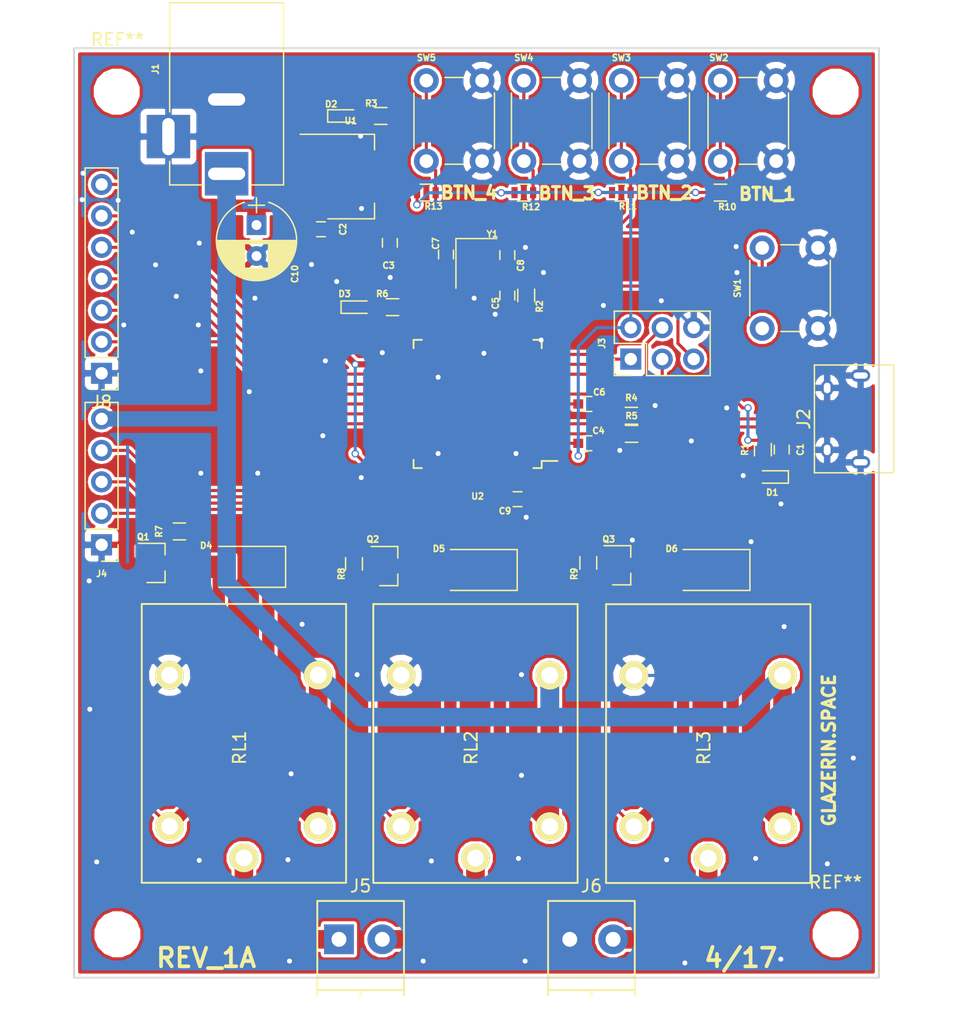
<source format=kicad_pcb>
(kicad_pcb (version 4) (host pcbnew 4.0.6)
  (layers (0 F.Cu signal) (31 B.Cu signal) (34 B.Paste user) (35 F.Paste user) (36 B.SilkS user) (37 F.SilkS user) (38 B.Mask user) (39 F.Mask user) (44 Edge.Cuts user))
  (net 0 "")
  (net 1 /V_BUS)
  (net 2 GND)
  (net 3 +12V)
  (net 4 +5V)
  (net 5 "Net-(C6-Pad1)")
  (net 6 "Net-(C7-Pad2)")
  (net 7 "Net-(C8-Pad2)")
  (net 8 "Net-(C9-Pad1)")
  (net 9 "Net-(D1-Pad2)")
  (net 10 "Net-(D2-Pad2)")
  (net 11 "Net-(D3-Pad2)")
  (net 12 /D-)
  (net 13 /D+)
  (net 14 "Net-(J2-Pad4)")
  (net 15 /RST)
  (net 16 "Net-(R4-Pad1)")
  (net 17 "Net-(R5-Pad1)")
  (net 18 "Net-(R6-Pad2)")
  (net 19 /RELAY_1)
  (net 20 /RELAY_2)
  (net 21 /RELAY_3)
  (net 22 "Net-(D4-Pad2)")
  (net 23 "Net-(D5-Pad2)")
  (net 24 "Net-(D6-Pad2)")
  (net 25 /MISO)
  (net 26 /SCK)
  (net 27 /MOSI)
  (net 28 /RELAY_6)
  (net 29 /RELAY_5)
  (net 30 /RELAY_4)
  (net 31 /BUTTON_1)
  (net 32 /BUTTON_2)
  (net 33 /BUTTON_3)
  (net 34 /BUTTON_4)
  (net 35 "Net-(U2-Pad1)")
  (net 36 "Net-(U2-Pad8)")
  (net 37 "Net-(U2-Pad12)")
  (net 38 "Net-(U2-Pad31)")
  (net 39 "Net-(U2-Pad32)")
  (net 40 /GPIO_6)
  (net 41 /GPIO_5)
  (net 42 /GPIO_4)
  (net 43 /GPIO_3)
  (net 44 /GPIO_2)
  (net 45 /GPIO_1)
  (net 46 /COIL_1A)
  (net 47 /COIL_1B)
  (net 48 /BULB_1)
  (module Global_Parts:G5LE-14-DC12 (layer F.Cu) (at 143.541 120.3225 90)
    (fp_text reference RL1 (at 6.35 -6.35 90) (layer F.SilkS))
    (fp_text value G5LE-1)
    (pad 4 thru_hole circle (at 12.2 -12 90) (size 2.3 2.3) (drill 1.35) (layers *.Cu *.Mask F.SilkS) (net 2 GND))
    (pad 1 thru_hole circle (at -2.55 -6 90) (size 2.3 2.3) (drill 1.35) (layers *.Cu *.Mask F.SilkS) (net 46 /COIL_1A))
    (pad 5 thru_hole circle (at 0 -12 90) (size 2.3 2.3) (drill 1.35) (layers *.Cu *.Mask F.SilkS) (net 22 "Net-(D4-Pad2)"))
    (pad 2 thru_hole circle (at 0 0 90) (size 2.3 2.3) (drill 1.35) (layers *.Cu *.Mask F.SilkS) (net 3 +12V))
    (pad 3 thru_hole circle (at 12.2 0 90) (size 2.3 2.3) (drill 1.35) (layers *.Cu *.Mask F.SilkS) (net 3 +12V))
  )
  (module Pin_Headers:Pin_Header_Straight_1x07_Pitch2.54mm (layer F.Cu) (at 126.0475 83.7565 180)
    (fp_text reference J8 (at 0 -2.33 180) (layer F.SilkS))
    (fp_text value CONN_01X07)
    (pad 1 thru_hole rect (at 0 0 180) (size 1.7 1.7) (drill 1) (layers *.Cu *.Mask) (net 2 GND))
    (pad 2 thru_hole oval (at 0 2.54 180) (size 1.7 1.7) (drill 1) (layers *.Cu *.Mask) (net 40 /GPIO_6))
    (pad 3 thru_hole oval (at 0 5.08 180) (size 1.7 1.7) (drill 1) (layers *.Cu *.Mask) (net 41 /GPIO_5))
    (pad 4 thru_hole oval (at 0 7.62 180) (size 1.7 1.7) (drill 1) (layers *.Cu *.Mask) (net 42 /GPIO_4))
    (pad 5 thru_hole oval (at 0 10.16 180) (size 1.7 1.7) (drill 1) (layers *.Cu *.Mask) (net 43 /GPIO_3))
    (pad 6 thru_hole oval (at 0 12.7 180) (size 1.7 1.7) (drill 1) (layers *.Cu *.Mask) (net 44 /GPIO_2))
    (pad 7 thru_hole oval (at 0 15.24 180) (size 1.7 1.7) (drill 1) (layers *.Cu *.Mask) (net 45 /GPIO_1))
  )
  (module Mounting_Holes:MountingHole_3.2mm_M3 (layer F.Cu) (at 127.325 61.031)
    (fp_text reference REF** (at 0 -4.2) (layer F.SilkS))
    (fp_text value MountingHole_3.2mm_M3)
    (pad "" np_thru_hole circle (at -0.056 0) (size 3.2 3.2) (drill 3.2) (layers *.Cu *.Mask))
  )
  (module Mounting_Holes:MountingHole_3.2mm_M3 (layer F.Cu) (at 185.325 61.031)
    (fp_text reference "" (at 0 -4.2) (layer F.SilkS) (effects (font (size 0.5 0.5) (thickness 0.125))))
    (fp_text value MountingHole_3.2mm_M3)
    (pad 1 np_thru_hole circle (at 0 0) (size 3.2 3.2) (drill 3.2) (layers *.Cu *.Mask))
  )
  (module Mounting_Holes:MountingHole_3.2mm_M3 (layer F.Cu) (at 185.325 129.031)
    (fp_text reference REF** (at 0 -4.2) (layer F.SilkS))
    (fp_text value MountingHole_3.2mm_M3)
    (pad 1 np_thru_hole circle (at 0 0) (size 3.2 3.2) (drill 3.2) (layers *.Cu *.Mask))
  )
  (module Mounting_Holes:MountingHole_3.2mm_M3 (layer F.Cu) (at 127.325 129.031)
    (fp_text reference "" (at -1.016 -4.2) (layer F.SilkS))
    (fp_text value MountingHole_3.2mm_M3)
    (pad 1 np_thru_hole circle (at 0 0) (size 3.2 3.2) (drill 3.2) (layers *.Cu *.Mask))
  )
  (module Pin_Headers:Pin_Header_Straight_1x05_Pitch2.54mm (layer F.Cu) (at 126.0475 97.5995 180)
    (fp_text reference J4 (at 0 -2.33 180) (layer F.SilkS) (effects (font (size 0.5 0.5) (thickness 0.125))))
    (fp_text value CONN_01X03)
    (pad 1 thru_hole rect (at 0 0 180) (size 1.7 1.7) (drill 1) (layers *.Cu *.Mask) (net 2 GND))
    (pad 2 thru_hole oval (at 0 2.54 180) (size 1.7 1.7) (drill 1) (layers *.Cu *.Mask) (net 28 /RELAY_6))
    (pad 3 thru_hole oval (at 0 5.08 180) (size 1.7 1.7) (drill 1) (layers *.Cu *.Mask) (net 29 /RELAY_5))
    (pad 4 thru_hole oval (at 0 7.62 180) (size 1.7 1.7) (drill 1) (layers *.Cu *.Mask) (net 30 /RELAY_4))
    (pad 5 thru_hole oval (at 0 10.16 180) (size 1.7 1.7) (drill 1) (layers *.Cu *.Mask) (net 3 +12V))
  )
  (module Pin_Headers:Pin_Header_Straight_2x03_Pitch2.54mm (layer F.Cu) (at 168.783 82.6135 90)
    (fp_text reference J3 (at 1.27 -2.33 90) (layer F.SilkS) (effects (font (size 0.5 0.5) (thickness 0.125))))
    (fp_text value CONN_02X03)
    (pad 1 thru_hole rect (at 0 0 90) (size 1.7 1.7) (drill 1) (layers *.Cu *.Mask) (net 25 /MISO))
    (pad 2 thru_hole oval (at 2.54 0 90) (size 1.7 1.7) (drill 1) (layers *.Cu *.Mask) (net 4 +5V))
    (pad 3 thru_hole oval (at 0 2.54 90) (size 1.7 1.7) (drill 1) (layers *.Cu *.Mask) (net 26 /SCK))
    (pad 4 thru_hole oval (at 2.54 2.54 90) (size 1.7 1.7) (drill 1) (layers *.Cu *.Mask) (net 27 /MOSI))
    (pad 5 thru_hole oval (at 0 5.08 90) (size 1.7 1.7) (drill 1) (layers *.Cu *.Mask) (net 15 /RST))
    (pad 6 thru_hole oval (at 2.54 5.08 90) (size 1.7 1.7) (drill 1) (layers *.Cu *.Mask) (net 2 GND))
  )
  (module Capacitors_SMD:C_0603 (layer F.Cu) (at 180.975 89.916 270)
    (fp_text reference C1 (at 0 -1.5 270) (layer F.SilkS) (effects (font (size 0.5 0.5) (thickness 0.125))))
    (fp_text value 10uF)
    (pad 1 smd rect (at -0.75 0 270) (size 0.8 0.75) (layers F.Cu F.Paste F.Mask) (net 1 /V_BUS))
    (pad 2 smd rect (at 0.75 0 270) (size 0.8 0.75) (layers F.Cu F.Paste F.Mask) (net 2 GND))
  )
  (module Capacitors_SMD:C_0603 (layer F.Cu) (at 143.764 72.136)
    (fp_text reference C2 (at 1.778 0 90) (layer F.SilkS) (effects (font (size 0.5 0.5) (thickness 0.125))))
    (fp_text value 1uF)
    (pad 1 smd rect (at -0.75 0) (size 0.8 0.75) (layers F.Cu F.Paste F.Mask) (net 3 +12V))
    (pad 2 smd rect (at 0.75 0) (size 0.8 0.75) (layers F.Cu F.Paste F.Mask) (net 2 GND))
  )
  (module Capacitors_SMD:C_0603 (layer F.Cu) (at 149.3266 73.2282 270)
    (fp_text reference C3 (at 1.8288 0.1016 360) (layer F.SilkS) (effects (font (size 0.5 0.5) (thickness 0.125))))
    (fp_text value 1uF)
    (pad 1 smd rect (at -0.75 0 270) (size 0.8 0.75) (layers F.Cu F.Paste F.Mask) (net 4 +5V))
    (pad 2 smd rect (at 0.75 0 270) (size 0.8 0.75) (layers F.Cu F.Paste F.Mask) (net 2 GND))
  )
  (module Capacitors_SMD:C_0603 (layer F.Cu) (at 165.2905 89.408)
    (fp_text reference C4 (at 0.889 -1.016) (layer F.SilkS) (effects (font (size 0.5 0.5) (thickness 0.125))))
    (fp_text value 1uF)
    (pad 1 smd rect (at -0.75 0) (size 0.8 0.75) (layers F.Cu F.Paste F.Mask) (net 4 +5V))
    (pad 2 smd rect (at 0.75 0) (size 0.8 0.75) (layers F.Cu F.Paste F.Mask) (net 2 GND))
  )
  (module Capacitors_SMD:C_0603 (layer F.Cu) (at 158.8135 77.482 90)
    (fp_text reference C5 (at -0.623 -0.9525 90) (layer F.SilkS) (effects (font (size 0.5 0.5) (thickness 0.125))))
    (fp_text value 1uF)
    (pad 1 smd rect (at -0.75 0 90) (size 0.8 0.75) (layers F.Cu F.Paste F.Mask) (net 4 +5V))
    (pad 2 smd rect (at 0.75 0 90) (size 0.8 0.75) (layers F.Cu F.Paste F.Mask) (net 2 GND))
  )
  (module Capacitors_SMD:C_0603 (layer F.Cu) (at 165.2905 86.233)
    (fp_text reference C6 (at 0.9525 -0.9525) (layer F.SilkS) (effects (font (size 0.5 0.5) (thickness 0.125))))
    (fp_text value 1uF)
    (pad 1 smd rect (at -0.75 0) (size 0.8 0.75) (layers F.Cu F.Paste F.Mask) (net 5 "Net-(C6-Pad1)"))
    (pad 2 smd rect (at 0.75 0) (size 0.8 0.75) (layers F.Cu F.Paste F.Mask) (net 2 GND))
  )
  (module Capacitors_SMD:C_0603 (layer F.Cu) (at 153.8605 74.168 90)
    (fp_text reference C7 (at 0.889 -0.8255 90) (layer F.SilkS) (effects (font (size 0.5 0.5) (thickness 0.125))))
    (fp_text value 22pF)
    (pad 1 smd rect (at -0.75 0 90) (size 0.8 0.75) (layers F.Cu F.Paste F.Mask) (net 2 GND))
    (pad 2 smd rect (at 0.75 0 90) (size 0.8 0.75) (layers F.Cu F.Paste F.Mask) (net 6 "Net-(C7-Pad2)"))
  )
  (module Capacitors_SMD:C_0603 (layer F.Cu) (at 158.8135 74.2195 270)
    (fp_text reference C8 (at 0.8375 -1.0795 270) (layer F.SilkS) (effects (font (size 0.5 0.5) (thickness 0.125))))
    (fp_text value 22pF)
    (pad 1 smd rect (at -0.75 0 270) (size 0.8 0.75) (layers F.Cu F.Paste F.Mask) (net 2 GND))
    (pad 2 smd rect (at 0.75 0 270) (size 0.8 0.75) (layers F.Cu F.Paste F.Mask) (net 7 "Net-(C8-Pad2)"))
  )
  (module Capacitors_SMD:C_0603 (layer F.Cu) (at 159.639 93.9165)
    (fp_text reference C9 (at -1.016 0.9525) (layer F.SilkS) (effects (font (size 0.5 0.5) (thickness 0.125))))
    (fp_text value 0.1uF)
    (pad 1 smd rect (at -0.75 0) (size 0.8 0.75) (layers F.Cu F.Paste F.Mask) (net 8 "Net-(C9-Pad1)"))
    (pad 2 smd rect (at 0.75 0) (size 0.8 0.75) (layers F.Cu F.Paste F.Mask) (net 2 GND))
  )
  (module LEDs:LED_0603 (layer F.Cu) (at 180.213 92.1258 180)
    (fp_text reference D1 (at 0 -1.25 180) (layer F.SilkS) (effects (font (size 0.5 0.5) (thickness 0.125))))
    (fp_text value LED)
    (pad 2 smd rect (at 0.8 0) (size 0.8 0.8) (layers F.Cu F.Paste F.Mask) (net 9 "Net-(D1-Pad2)"))
    (pad 1 smd rect (at -0.8 0) (size 0.8 0.8) (layers F.Cu F.Paste F.Mask) (net 2 GND))
  )
  (module LEDs:LED_0603 (layer F.Cu) (at 145.6055 62.992)
    (fp_text reference D2 (at -1.016 -0.9525) (layer F.SilkS) (effects (font (size 0.5 0.5) (thickness 0.125))))
    (fp_text value LED)
    (pad 2 smd rect (at 0.8 0 180) (size 0.8 0.8) (layers F.Cu F.Paste F.Mask) (net 10 "Net-(D2-Pad2)"))
    (pad 1 smd rect (at -0.8 0 180) (size 0.8 0.8) (layers F.Cu F.Paste F.Mask) (net 2 GND))
  )
  (module LEDs:LED_0603 (layer F.Cu) (at 146.685 78.4225)
    (fp_text reference D3 (at -1.016 -1.0795) (layer F.SilkS) (effects (font (size 0.5 0.5) (thickness 0.125))))
    (fp_text value LED)
    (pad 2 smd rect (at 0.8 0 180) (size 0.8 0.8) (layers F.Cu F.Paste F.Mask) (net 11 "Net-(D3-Pad2)"))
    (pad 1 smd rect (at -0.8 0 180) (size 0.8 0.8) (layers F.Cu F.Paste F.Mask) (net 2 GND))
  )
  (module Connectors:USB_Micro-B (layer F.Cu) (at 185.9915 87.4395 90)
    (fp_text reference J2 (at 0 -3.24 90) (layer F.SilkS))
    (fp_text value USB_OTG)
    (pad 1 smd rect (at -1.3 -1.35 180) (size 1.35 0.4) (layers F.Cu F.Paste F.Mask) (net 1 /V_BUS))
    (pad 2 smd rect (at -0.65 -1.35 180) (size 1.35 0.4) (layers F.Cu F.Paste F.Mask) (net 12 /D-))
    (pad 3 smd rect (at 0 -1.35 180) (size 1.35 0.4) (layers F.Cu F.Paste F.Mask) (net 13 /D+))
    (pad 4 smd rect (at 0.65 -1.35 180) (size 1.35 0.4) (layers F.Cu F.Paste F.Mask) (net 14 "Net-(J2-Pad4)"))
    (pad 5 smd rect (at 1.3 -1.35 180) (size 1.35 0.4) (layers F.Cu F.Paste F.Mask) (net 2 GND))
    (pad 6 thru_hole oval (at -2.5 -1.35 180) (size 0.95 1.25) (drill oval 0.55 0.85) (layers *.Cu *.Mask) (net 2 GND))
    (pad 6 thru_hole oval (at 2.5 -1.35 180) (size 0.95 1.25) (drill oval 0.55 0.85) (layers *.Cu *.Mask) (net 2 GND))
    (pad 6 thru_hole oval (at -3.5 1.35 180) (size 1.55 1) (drill oval 1.15 0.5) (layers *.Cu *.Mask) (net 2 GND))
    (pad 6 thru_hole oval (at 3.5 1.35 180) (size 1.55 1) (drill oval 1.15 0.5) (layers *.Cu *.Mask) (net 2 GND))
  )
  (module Resistors_SMD:R_0603 (layer F.Cu) (at 179.451 89.916 90)
    (fp_text reference R1 (at 0 -1.45 90) (layer F.SilkS) (effects (font (size 0.5 0.5) (thickness 0.125))))
    (fp_text value R)
    (pad 1 smd rect (at -0.75 0 90) (size 0.5 0.9) (layers F.Cu F.Paste F.Mask) (net 9 "Net-(D1-Pad2)"))
    (pad 2 smd rect (at 0.75 0 90) (size 0.5 0.9) (layers F.Cu F.Paste F.Mask) (net 1 /V_BUS))
  )
  (module Resistors_SMD:R_0603 (layer F.Cu) (at 160.3375 77.47 90)
    (fp_text reference R2 (at -0.889 1.0795 90) (layer F.SilkS) (effects (font (size 0.5 0.5) (thickness 0.125))))
    (fp_text value 10K)
    (pad 1 smd rect (at -0.75 0 90) (size 0.5 0.9) (layers F.Cu F.Paste F.Mask) (net 4 +5V))
    (pad 2 smd rect (at 0.75 0 90) (size 0.5 0.9) (layers F.Cu F.Paste F.Mask) (net 15 /RST))
  )
  (module Resistors_SMD:R_0603 (layer F.Cu) (at 148.59 62.992 180)
    (fp_text reference R3 (at 0.762 1.016 180) (layer F.SilkS) (effects (font (size 0.5 0.5) (thickness 0.125))))
    (fp_text value R)
    (pad 1 smd rect (at -0.75 0 180) (size 0.5 0.9) (layers F.Cu F.Paste F.Mask) (net 4 +5V))
    (pad 2 smd rect (at 0.75 0 180) (size 0.5 0.9) (layers F.Cu F.Paste F.Mask) (net 10 "Net-(D2-Pad2)"))
  )
  (module Resistors_SMD:R_0603 (layer F.Cu) (at 168.8345 87.1855)
    (fp_text reference R4 (at 0 -1.45) (layer F.SilkS) (effects (font (size 0.5 0.5) (thickness 0.125))))
    (fp_text value 22)
    (pad 1 smd rect (at -0.75 0) (size 0.5 0.9) (layers F.Cu F.Paste F.Mask) (net 16 "Net-(R4-Pad1)"))
    (pad 2 smd rect (at 0.75 0) (size 0.5 0.9) (layers F.Cu F.Paste F.Mask) (net 13 /D+))
  )
  (module Resistors_SMD:R_0603 (layer F.Cu) (at 168.8465 88.646)
    (fp_text reference R5 (at 0 -1.45) (layer F.SilkS) (effects (font (size 0.5 0.5) (thickness 0.125))))
    (fp_text value 22)
    (pad 1 smd rect (at -0.75 0) (size 0.5 0.9) (layers F.Cu F.Paste F.Mask) (net 17 "Net-(R5-Pad1)"))
    (pad 2 smd rect (at 0.75 0) (size 0.5 0.9) (layers F.Cu F.Paste F.Mask) (net 12 /D-))
  )
  (module Resistors_SMD:R_0603 (layer F.Cu) (at 149.5425 78.4225)
    (fp_text reference R6 (at -0.8255 -1.0795) (layer F.SilkS) (effects (font (size 0.5 0.5) (thickness 0.125))))
    (fp_text value R)
    (pad 1 smd rect (at -0.75 0) (size 0.5 0.9) (layers F.Cu F.Paste F.Mask) (net 11 "Net-(D3-Pad2)"))
    (pad 2 smd rect (at 0.75 0) (size 0.5 0.9) (layers F.Cu F.Paste F.Mask) (net 18 "Net-(R6-Pad2)"))
  )
  (module Resistors_SMD:R_0603 (layer F.Cu) (at 132.334 96.52)
    (fp_text reference R7 (at -1.651 0 90) (layer F.SilkS) (effects (font (size 0.5 0.5) (thickness 0.125))))
    (fp_text value 10K)
    (pad 1 smd rect (at -0.75 0) (size 0.5 0.9) (layers F.Cu F.Paste F.Mask) (net 19 /RELAY_1))
    (pad 2 smd rect (at 0.75 0) (size 0.5 0.9) (layers F.Cu F.Paste F.Mask) (net 2 GND))
  )
  (module Resistors_SMD:R_0603 (layer F.Cu) (at 146.431 99.1355 270)
    (fp_text reference R8 (at 0.8135 1.016 270) (layer F.SilkS) (effects (font (size 0.5 0.5) (thickness 0.125))))
    (fp_text value 10K)
    (pad 1 smd rect (at -0.75 0 270) (size 0.5 0.9) (layers F.Cu F.Paste F.Mask) (net 20 /RELAY_2))
    (pad 2 smd rect (at 0.75 0 270) (size 0.5 0.9) (layers F.Cu F.Paste F.Mask) (net 2 GND))
  )
  (module Resistors_SMD:R_0603 (layer F.Cu) (at 165.354 99.06 270)
    (fp_text reference R9 (at 0.889 1.143 270) (layer F.SilkS) (effects (font (size 0.5 0.5) (thickness 0.125))))
    (fp_text value 10K)
    (pad 1 smd rect (at -0.75 0 270) (size 0.5 0.9) (layers F.Cu F.Paste F.Mask) (net 21 /RELAY_3))
    (pad 2 smd rect (at 0.75 0 270) (size 0.5 0.9) (layers F.Cu F.Paste F.Mask) (net 2 GND))
  )
  (module Diodes_SMD:D_SMA_Standard (layer F.Cu) (at 137.509 99.3775 180)
    (fp_text reference D4 (at 3.016 1.7145 180) (layer F.SilkS) (effects (font (size 0.5 0.5) (thickness 0.125))))
    (fp_text value FM5819-W)
    (pad 1 smd rect (at -2 0 180) (size 2.5 1.8) (layers F.Cu F.Paste F.Mask) (net 3 +12V))
    (pad 2 smd rect (at 2 0 180) (size 2.5 1.8) (layers F.Cu F.Paste F.Mask) (net 22 "Net-(D4-Pad2)"))
  )
  (module Diodes_SMD:D_SMA_Standard (layer F.Cu) (at 156.21 99.6315 180)
    (fp_text reference D5 (at 2.921 1.7145 180) (layer F.SilkS) (effects (font (size 0.5 0.5) (thickness 0.125))))
    (fp_text value FM5819-W)
    (pad 1 smd rect (at -2 0 180) (size 2.5 1.8) (layers F.Cu F.Paste F.Mask) (net 3 +12V))
    (pad 2 smd rect (at 2 0 180) (size 2.5 1.8) (layers F.Cu F.Paste F.Mask) (net 23 "Net-(D5-Pad2)"))
  )
  (module Diodes_SMD:D_SMA_Standard (layer F.Cu) (at 175.006 99.6315 180)
    (fp_text reference D6 (at 2.921 1.7145 180) (layer F.SilkS) (effects (font (size 0.5 0.5) (thickness 0.125))))
    (fp_text value FM5819-W)
    (pad 1 smd rect (at -2 0 180) (size 2.5 1.8) (layers F.Cu F.Paste F.Mask) (net 3 +12V))
    (pad 2 smd rect (at 2 0 180) (size 2.5 1.8) (layers F.Cu F.Paste F.Mask) (net 24 "Net-(D6-Pad2)"))
  )
  (module TO_SOT_Packages_SMD:SOT-23 (layer F.Cu) (at 130.413 99.0625)
    (fp_text reference Q1 (at -1 -2.098) (layer F.SilkS) (effects (font (size 0.5 0.5) (thickness 0.125))))
    (fp_text value 2N7002P,215)
    (pad 1 smd rect (at -1 -0.95) (size 0.9 0.8) (layers F.Cu F.Paste F.Mask) (net 19 /RELAY_1))
    (pad 2 smd rect (at -1 0.95) (size 0.9 0.8) (layers F.Cu F.Paste F.Mask) (net 22 "Net-(D4-Pad2)"))
    (pad 3 smd rect (at 1 0) (size 0.9 0.8) (layers F.Cu F.Paste F.Mask) (net 2 GND))
  )
  (module TO_SOT_Packages_SMD:SOT-23 (layer F.Cu) (at 149.209 99.3165)
    (fp_text reference Q2 (at -1.254 -2.1615) (layer F.SilkS) (effects (font (size 0.5 0.5) (thickness 0.125))))
    (fp_text value 2N7002P,215)
    (pad 1 smd rect (at -1 -0.95) (size 0.9 0.8) (layers F.Cu F.Paste F.Mask) (net 20 /RELAY_2))
    (pad 2 smd rect (at -1 0.95) (size 0.9 0.8) (layers F.Cu F.Paste F.Mask) (net 23 "Net-(D5-Pad2)"))
    (pad 3 smd rect (at 1 0) (size 0.9 0.8) (layers F.Cu F.Paste F.Mask) (net 2 GND))
  )
  (module TO_SOT_Packages_SMD:SOT-23 (layer F.Cu) (at 168.021 99.2505)
    (fp_text reference Q3 (at -1.016 -2.0955) (layer F.SilkS) (effects (font (size 0.5 0.5) (thickness 0.125))))
    (fp_text value 2N7002P,215)
    (pad 1 smd rect (at -1 -0.95) (size 0.9 0.8) (layers F.Cu F.Paste F.Mask) (net 21 /RELAY_3))
    (pad 2 smd rect (at -1 0.95) (size 0.9 0.8) (layers F.Cu F.Paste F.Mask) (net 24 "Net-(D6-Pad2)"))
    (pad 3 smd rect (at 1 0) (size 0.9 0.8) (layers F.Cu F.Paste F.Mask) (net 2 GND))
  )
  (module Resistors_SMD:R_0603 (layer F.Cu) (at 176.022 69.1769)
    (fp_text reference R10 (at 0.5588 1.1557) (layer F.SilkS) (effects (font (size 0.5 0.5) (thickness 0.125))))
    (fp_text value 10K)
    (pad 1 smd rect (at -0.75 0) (size 0.5 0.9) (layers F.Cu F.Paste F.Mask) (net 4 +5V))
    (pad 2 smd rect (at 0.75 0) (size 0.5 0.9) (layers F.Cu F.Paste F.Mask) (net 31 /BUTTON_1))
  )
  (module Resistors_SMD:R_0603 (layer F.Cu) (at 168.021 69.1769)
    (fp_text reference R11 (at 0.5334 1.1049) (layer F.SilkS) (effects (font (size 0.5 0.5) (thickness 0.125))))
    (fp_text value 10K)
    (pad 1 smd rect (at -0.75 0) (size 0.5 0.9) (layers F.Cu F.Paste F.Mask) (net 4 +5V))
    (pad 2 smd rect (at 0.75 0) (size 0.5 0.9) (layers F.Cu F.Paste F.Mask) (net 32 /BUTTON_2))
  )
  (module Resistors_SMD:R_0603 (layer F.Cu) (at 160.147 69.1769)
    (fp_text reference R12 (at 0.5842 1.1557) (layer F.SilkS) (effects (font (size 0.5 0.5) (thickness 0.125))))
    (fp_text value 10K)
    (pad 1 smd rect (at -0.75 0) (size 0.5 0.9) (layers F.Cu F.Paste F.Mask) (net 4 +5V))
    (pad 2 smd rect (at 0.75 0) (size 0.5 0.9) (layers F.Cu F.Paste F.Mask) (net 33 /BUTTON_3))
  )
  (module Resistors_SMD:R_0603 (layer F.Cu) (at 152.273 69.1769)
    (fp_text reference R13 (at 0.5842 1.1049) (layer F.SilkS) (effects (font (size 0.5 0.5) (thickness 0.125))))
    (fp_text value 10K)
    (pad 1 smd rect (at -0.75 0) (size 0.5 0.9) (layers F.Cu F.Paste F.Mask) (net 4 +5V))
    (pad 2 smd rect (at 0.75 0) (size 0.5 0.9) (layers F.Cu F.Paste F.Mask) (net 34 /BUTTON_4))
  )
  (module TO_SOT_Packages_SMD:SOT-223 (layer F.Cu) (at 146.177 67.8815)
    (fp_text reference U1 (at 0 -4.5) (layer F.SilkS) (effects (font (size 0.5 0.5) (thickness 0.125))))
    (fp_text value AZ1117IH-5.0TRG1)
    (pad 4 smd rect (at 3.15 0) (size 2 3.8) (layers F.Cu F.Paste F.Mask) (net 4 +5V))
    (pad 2 smd rect (at -3.15 0) (size 2 1.5) (layers F.Cu F.Paste F.Mask) (net 4 +5V))
    (pad 3 smd rect (at -3.15 2.3) (size 2 1.5) (layers F.Cu F.Paste F.Mask) (net 3 +12V))
    (pad 1 smd rect (at -3.15 -2.3) (size 2 1.5) (layers F.Cu F.Paste F.Mask) (net 2 GND))
  )
  (module Housings_QFP:TQFP-44_10x10mm_Pitch0.8mm (layer F.Cu) (at 156.4155 86.233 180)
    (fp_text reference U2 (at 0 -7.45 180) (layer F.SilkS) (effects (font (size 0.5 0.5) (thickness 0.125))))
    (fp_text value ATmega32U4)
    (pad 1 smd rect (at -5.7 -4 180) (size 1.5 0.55) (layers F.Cu F.Paste F.Mask) (net 35 "Net-(U2-Pad1)"))
    (pad 2 smd rect (at -5.7 -3.2 180) (size 1.5 0.55) (layers F.Cu F.Paste F.Mask) (net 4 +5V))
    (pad 3 smd rect (at -5.7 -2.4 180) (size 1.5 0.55) (layers F.Cu F.Paste F.Mask) (net 17 "Net-(R5-Pad1)"))
    (pad 4 smd rect (at -5.7 -1.6 180) (size 1.5 0.55) (layers F.Cu F.Paste F.Mask) (net 16 "Net-(R4-Pad1)"))
    (pad 5 smd rect (at -5.7 -0.8 180) (size 1.5 0.55) (layers F.Cu F.Paste F.Mask) (net 2 GND))
    (pad 6 smd rect (at -5.7 0 180) (size 1.5 0.55) (layers F.Cu F.Paste F.Mask) (net 5 "Net-(C6-Pad1)"))
    (pad 7 smd rect (at -5.7 0.8 180) (size 1.5 0.55) (layers F.Cu F.Paste F.Mask) (net 1 /V_BUS))
    (pad 8 smd rect (at -5.7 1.6 180) (size 1.5 0.55) (layers F.Cu F.Paste F.Mask) (net 36 "Net-(U2-Pad8)"))
    (pad 9 smd rect (at -5.7 2.4 180) (size 1.5 0.55) (layers F.Cu F.Paste F.Mask) (net 26 /SCK))
    (pad 10 smd rect (at -5.7 3.2 180) (size 1.5 0.55) (layers F.Cu F.Paste F.Mask) (net 27 /MOSI))
    (pad 11 smd rect (at -5.7 4 180) (size 1.5 0.55) (layers F.Cu F.Paste F.Mask) (net 25 /MISO))
    (pad 12 smd rect (at -4 5.7 270) (size 1.5 0.55) (layers F.Cu F.Paste F.Mask) (net 37 "Net-(U2-Pad12)"))
    (pad 13 smd rect (at -3.2 5.7 270) (size 1.5 0.55) (layers F.Cu F.Paste F.Mask) (net 15 /RST))
    (pad 14 smd rect (at -2.4 5.7 270) (size 1.5 0.55) (layers F.Cu F.Paste F.Mask) (net 4 +5V))
    (pad 15 smd rect (at -1.6 5.7 270) (size 1.5 0.55) (layers F.Cu F.Paste F.Mask) (net 2 GND))
    (pad 16 smd rect (at -0.8 5.7 270) (size 1.5 0.55) (layers F.Cu F.Paste F.Mask) (net 7 "Net-(C8-Pad2)"))
    (pad 17 smd rect (at 0 5.7 270) (size 1.5 0.55) (layers F.Cu F.Paste F.Mask) (net 6 "Net-(C7-Pad2)"))
    (pad 18 smd rect (at 0.8 5.7 270) (size 1.5 0.55) (layers F.Cu F.Paste F.Mask) (net 31 /BUTTON_1))
    (pad 19 smd rect (at 1.6 5.7 270) (size 1.5 0.55) (layers F.Cu F.Paste F.Mask) (net 32 /BUTTON_2))
    (pad 20 smd rect (at 2.4 5.7 270) (size 1.5 0.55) (layers F.Cu F.Paste F.Mask) (net 33 /BUTTON_3))
    (pad 21 smd rect (at 3.2 5.7 270) (size 1.5 0.55) (layers F.Cu F.Paste F.Mask) (net 34 /BUTTON_4))
    (pad 22 smd rect (at 4 5.7 270) (size 1.5 0.55) (layers F.Cu F.Paste F.Mask) (net 18 "Net-(R6-Pad2)"))
    (pad 23 smd rect (at 5.7 4 180) (size 1.5 0.55) (layers F.Cu F.Paste F.Mask) (net 2 GND))
    (pad 24 smd rect (at 5.7 3.2 180) (size 1.5 0.55) (layers F.Cu F.Paste F.Mask) (net 4 +5V))
    (pad 25 smd rect (at 5.7 2.4 180) (size 1.5 0.55) (layers F.Cu F.Paste F.Mask) (net 45 /GPIO_1))
    (pad 26 smd rect (at 5.7 1.6 180) (size 1.5 0.55) (layers F.Cu F.Paste F.Mask) (net 44 /GPIO_2))
    (pad 27 smd rect (at 5.7 0.8 180) (size 1.5 0.55) (layers F.Cu F.Paste F.Mask) (net 43 /GPIO_3))
    (pad 28 smd rect (at 5.7 0 180) (size 1.5 0.55) (layers F.Cu F.Paste F.Mask) (net 42 /GPIO_4))
    (pad 29 smd rect (at 5.7 -0.8 180) (size 1.5 0.55) (layers F.Cu F.Paste F.Mask) (net 41 /GPIO_5))
    (pad 30 smd rect (at 5.7 -1.6 180) (size 1.5 0.55) (layers F.Cu F.Paste F.Mask) (net 40 /GPIO_6))
    (pad 31 smd rect (at 5.7 -2.4 180) (size 1.5 0.55) (layers F.Cu F.Paste F.Mask) (net 38 "Net-(U2-Pad31)"))
    (pad 32 smd rect (at 5.7 -3.2 180) (size 1.5 0.55) (layers F.Cu F.Paste F.Mask) (net 39 "Net-(U2-Pad32)"))
    (pad 33 smd rect (at 5.7 -4 180) (size 1.5 0.55) (layers F.Cu F.Paste F.Mask) (net 2 GND))
    (pad 34 smd rect (at 4 -5.7 270) (size 1.5 0.55) (layers F.Cu F.Paste F.Mask) (net 4 +5V))
    (pad 35 smd rect (at 3.2 -5.7 270) (size 1.5 0.55) (layers F.Cu F.Paste F.Mask) (net 2 GND))
    (pad 36 smd rect (at 2.4 -5.7 270) (size 1.5 0.55) (layers F.Cu F.Paste F.Mask) (net 30 /RELAY_4))
    (pad 37 smd rect (at 1.6 -5.7 270) (size 1.5 0.55) (layers F.Cu F.Paste F.Mask) (net 29 /RELAY_5))
    (pad 38 smd rect (at 0.8 -5.7 270) (size 1.5 0.55) (layers F.Cu F.Paste F.Mask) (net 28 /RELAY_6))
    (pad 39 smd rect (at 0 -5.7 270) (size 1.5 0.55) (layers F.Cu F.Paste F.Mask) (net 19 /RELAY_1))
    (pad 40 smd rect (at -0.8 -5.7 270) (size 1.5 0.55) (layers F.Cu F.Paste F.Mask) (net 20 /RELAY_2))
    (pad 41 smd rect (at -1.6 -5.7 270) (size 1.5 0.55) (layers F.Cu F.Paste F.Mask) (net 21 /RELAY_3))
    (pad 42 smd rect (at -2.4 -5.7 270) (size 1.5 0.55) (layers F.Cu F.Paste F.Mask) (net 8 "Net-(C9-Pad1)"))
    (pad 43 smd rect (at -3.2 -5.7 270) (size 1.5 0.55) (layers F.Cu F.Paste F.Mask) (net 2 GND))
    (pad 44 smd rect (at -4 -5.7 270) (size 1.5 0.55) (layers F.Cu F.Paste F.Mask) (net 4 +5V))
  )
  (module Global_Parts:G5LE-14-DC12 (layer F.Cu) (at 162.241 120.3325 90)
    (fp_text reference RL2 (at 6.35 -6.35 90) (layer F.SilkS))
    (fp_text value G5LE-1)
    (pad 4 thru_hole circle (at 12.2 -12 90) (size 2.3 2.3) (drill 1.35) (layers *.Cu *.Mask F.SilkS) (net 2 GND))
    (pad 1 thru_hole circle (at -2.55 -6 90) (size 2.3 2.3) (drill 1.35) (layers *.Cu *.Mask F.SilkS) (net 47 /COIL_1B))
    (pad 5 thru_hole circle (at 0 -12 90) (size 2.3 2.3) (drill 1.35) (layers *.Cu *.Mask F.SilkS) (net 23 "Net-(D5-Pad2)"))
    (pad 2 thru_hole circle (at 0 0 90) (size 2.3 2.3) (drill 1.35) (layers *.Cu *.Mask F.SilkS) (net 3 +12V))
    (pad 3 thru_hole circle (at 12.2 0 90) (size 2.3 2.3) (drill 1.35) (layers *.Cu *.Mask F.SilkS) (net 3 +12V))
  )
  (module Global_Parts:G5LE-14-DC12 (layer F.Cu) (at 181.037 120.3405 90)
    (fp_text reference RL3 (at 6.35 -6.35 90) (layer F.SilkS))
    (fp_text value G5LE-1)
    (pad 4 thru_hole circle (at 12.2 -12 90) (size 2.3 2.3) (drill 1.35) (layers *.Cu *.Mask F.SilkS) (net 2 GND))
    (pad 1 thru_hole circle (at -2.55 -6 90) (size 2.3 2.3) (drill 1.35) (layers *.Cu *.Mask F.SilkS) (net 48 /BULB_1))
    (pad 5 thru_hole circle (at 0 -12 90) (size 2.3 2.3) (drill 1.35) (layers *.Cu *.Mask F.SilkS) (net 24 "Net-(D6-Pad2)"))
    (pad 2 thru_hole circle (at 0 0 90) (size 2.3 2.3) (drill 1.35) (layers *.Cu *.Mask F.SilkS) (net 3 +12V))
    (pad 3 thru_hole circle (at 12.2 0 90) (size 2.3 2.3) (drill 1.35) (layers *.Cu *.Mask F.SilkS) (net 3 +12V))
  )
  (module Buttons_Switches_THT:SW_PUSH_6mm_h13mm (layer F.Cu) (at 179.396 80.137 90)
    (fp_text reference SW1 (at 3.25 -2 90) (layer F.SilkS) (effects (font (size 0.5 0.5) (thickness 0.125))))
    (fp_text value SW_Push)
    (pad 2 thru_hole circle (at 0 4.5 180) (size 2 2) (drill 1.1) (layers *.Cu *.Mask) (net 2 GND))
    (pad 1 thru_hole circle (at 0 0 180) (size 2 2) (drill 1.1) (layers *.Cu *.Mask) (net 15 /RST))
    (pad 2 thru_hole circle (at 6.5 4.5 180) (size 2 2) (drill 1.1) (layers *.Cu *.Mask) (net 2 GND))
    (pad 1 thru_hole circle (at 6.5 0 180) (size 2 2) (drill 1.1) (layers *.Cu *.Mask) (net 15 /RST))
  )
  (module Buttons_Switches_THT:SW_PUSH_6mm_h13mm (layer F.Cu) (at 176.022 66.6369 90)
    (fp_text reference SW2 (at 8.3439 -0.127 180) (layer F.SilkS) (effects (font (size 0.5 0.5) (thickness 0.125))))
    (fp_text value SW_Push)
    (pad 2 thru_hole circle (at 0 4.5 180) (size 2 2) (drill 1.1) (layers *.Cu *.Mask) (net 2 GND))
    (pad 1 thru_hole circle (at 0 0 180) (size 2 2) (drill 1.1) (layers *.Cu *.Mask) (net 31 /BUTTON_1))
    (pad 2 thru_hole circle (at 6.5 4.5 180) (size 2 2) (drill 1.1) (layers *.Cu *.Mask) (net 2 GND))
    (pad 1 thru_hole circle (at 6.5 0 180) (size 2 2) (drill 1.1) (layers *.Cu *.Mask) (net 31 /BUTTON_1))
  )
  (module Buttons_Switches_THT:SW_PUSH_6mm_h13mm (layer F.Cu) (at 168.021 66.6369 90)
    (fp_text reference SW3 (at 8.3439 0 180) (layer F.SilkS) (effects (font (size 0.5 0.5) (thickness 0.125))))
    (fp_text value SW_Push)
    (pad 2 thru_hole circle (at 0 4.5 180) (size 2 2) (drill 1.1) (layers *.Cu *.Mask) (net 2 GND))
    (pad 1 thru_hole circle (at 0 0 180) (size 2 2) (drill 1.1) (layers *.Cu *.Mask) (net 32 /BUTTON_2))
    (pad 2 thru_hole circle (at 6.5 4.5 180) (size 2 2) (drill 1.1) (layers *.Cu *.Mask) (net 2 GND))
    (pad 1 thru_hole circle (at 6.5 0 180) (size 2 2) (drill 1.1) (layers *.Cu *.Mask) (net 32 /BUTTON_2))
  )
  (module Buttons_Switches_THT:SW_PUSH_6mm_h13mm (layer F.Cu) (at 160.147 66.6369 90)
    (fp_text reference SW4 (at 8.3439 0 180) (layer F.SilkS) (effects (font (size 0.5 0.5) (thickness 0.125))))
    (fp_text value SW_Push)
    (pad 2 thru_hole circle (at 0 4.5 180) (size 2 2) (drill 1.1) (layers *.Cu *.Mask) (net 2 GND))
    (pad 1 thru_hole circle (at 0 0 180) (size 2 2) (drill 1.1) (layers *.Cu *.Mask) (net 33 /BUTTON_3))
    (pad 2 thru_hole circle (at 6.5 4.5 180) (size 2 2) (drill 1.1) (layers *.Cu *.Mask) (net 2 GND))
    (pad 1 thru_hole circle (at 6.5 0 180) (size 2 2) (drill 1.1) (layers *.Cu *.Mask) (net 33 /BUTTON_3))
  )
  (module Buttons_Switches_THT:SW_PUSH_6mm_h13mm (layer F.Cu) (at 152.273 66.6369 90)
    (fp_text reference SW5 (at 8.3439 0 180) (layer F.SilkS) (effects (font (size 0.5 0.5) (thickness 0.125))))
    (fp_text value SW_Push)
    (pad 2 thru_hole circle (at 0 4.5 180) (size 2 2) (drill 1.1) (layers *.Cu *.Mask) (net 2 GND))
    (pad 1 thru_hole circle (at 0 0 180) (size 2 2) (drill 1.1) (layers *.Cu *.Mask) (net 34 /BUTTON_4))
    (pad 2 thru_hole circle (at 6.5 4.5 180) (size 2 2) (drill 1.1) (layers *.Cu *.Mask) (net 2 GND))
    (pad 1 thru_hole circle (at 6.5 0 180) (size 2 2) (drill 1.1) (layers *.Cu *.Mask) (net 34 /BUTTON_4))
  )
  (module Connectors:BARREL_JACK (layer F.Cu) (at 136.144 67.6585 270)
    (fp_text reference J1 (at -8.45 5.75 270) (layer F.SilkS) (effects (font (size 0.5 0.5) (thickness 0.125))))
    (fp_text value BARREL_JACK)
    (pad 1 thru_hole rect (at 0 0 270) (size 3.5 3.5) (drill oval 1 3) (layers *.Cu *.Mask) (net 3 +12V))
    (pad 2 thru_hole rect (at -6 0 270) (size 3.5 3.5) (drill oval 1 3) (layers *.Cu *.Mask) (net 2 GND))
    (pad 3 thru_hole rect (at -3 4.7 270) (size 3.5 3.5) (drill oval 3 1) (layers *.Cu *.Mask) (net 2 GND))
  )
  (module Connectors_Terminal_Blocks:TerminalBlock_Pheonix_PT-3.5mm_2pol (layer F.Cu) (at 145.217 129.4384)
    (fp_text reference J5 (at 1.75 -4.3) (layer F.SilkS))
    (fp_text value CONN_01X02)
    (pad 2 thru_hole circle (at 3.5 0) (size 2.4 2.4) (drill 1.2) (layers *.Cu *.Mask) (net 47 /COIL_1B))
    (pad 1 thru_hole rect (at 0 0) (size 2.4 2.4) (drill 1.2) (layers *.Cu *.Mask) (net 46 /COIL_1A))
  )
  (module Connectors_Terminal_Blocks:TerminalBlock_Pheonix_PT-3.5mm_2pol (layer F.Cu) (at 163.8554 129.4384)
    (fp_text reference J6 (at 1.75 -4.3) (layer F.SilkS))
    (fp_text value CONN_01X02)
    (pad 2 thru_hole circle (at 3.5 0) (size 2.4 2.4) (drill 1.2) (layers *.Cu *.Mask) (net 48 /BULB_1))
    (pad 1 thru_hole rect (at 0 0) (size 2.4 2.4) (drill 1.2) (layers *.Cu *.Mask) (net 2 GND))
  )
  (module Crystals:Crystal_SMD_3225-4pin_3.2x2.5mm (layer F.Cu) (at 156.3125 74.887 270)
    (fp_text reference Y1 (at -2.37 -1.2945 360) (layer F.SilkS) (effects (font (size 0.5 0.5) (thickness 0.125))))
    (fp_text value Crystal)
    (pad 1 smd rect (at -1.1 0.85 270) (size 1.4 1.2) (layers F.Cu F.Paste F.Mask) (net 6 "Net-(C7-Pad2)"))
    (pad 2 smd rect (at 1.1 0.85 270) (size 1.4 1.2) (layers F.Cu F.Paste F.Mask) (net 2 GND))
    (pad 3 smd rect (at 1.1 -0.85 270) (size 1.4 1.2) (layers F.Cu F.Paste F.Mask) (net 7 "Net-(C8-Pad2)"))
    (pad 4 smd rect (at -1.1 -0.85 270) (size 1.4 1.2) (layers F.Cu F.Paste F.Mask) (net 2 GND))
  )
  (module Capacitors_THT:CP_Radial_D6.3mm_P2.50mm (layer F.Cu) (at 138.557 71.795 270)
    (fp_text reference C10 (at 3.9478 -3.0988 270) (layer F.SilkS) (effects (font (size 0.5 0.5) (thickness 0.125))))
    (fp_text value CP1)
    (pad 1 thru_hole rect (at 0 0 270) (size 1.6 1.6) (drill 0.8) (layers *.Cu *.Mask) (net 3 +12V))
    (pad 2 thru_hole circle (at 2.5 0 270) (size 1.6 1.6) (drill 0.8) (layers *.Cu *.Mask) (net 2 GND))
  )
  (gr_text BTN_4 (at 155.7274 69.1896) (layer F.SilkS) (effects (font (size 1 1) (thickness 0.25))))
  (gr_text BTN_3 (at 163.6268 69.2404) (layer F.SilkS) (effects (font (size 1 1) (thickness 0.25))))
  (gr_text BTN_2 (at 171.5008 69.1896) (layer F.SilkS) (effects (font (size 1 1) (thickness 0.25))))
  (gr_text BTN_1 (at 179.8066 69.2912) (layer F.SilkS) (effects (font (size 1 1) (thickness 0.25))))
  (gr_text GLAZERIN.SPACE (at 184.785 114.173 90) (layer F.SilkS) (effects (font (size 1 1) (thickness 0.25))))
  (gr_text 4/17 (at 177.673 130.937) (layer F.SilkS) (effects (font (size 1.5 1.5) (thickness 0.3))))
  (gr_text REV_1A (at 134.493 130.937) (layer F.SilkS) (effects (font (size 1.5 1.5) (thickness 0.3))))
  (gr_line (start 123.825 57.531) (end 188.825 57.531) (angle 90) (layer Edge.Cuts) (width 0.15))
  (gr_line (start 188.825 57.531) (end 188.825 132.531) (angle 90) (layer Edge.Cuts) (width 0.15))
  (gr_line (start 123.825 132.531) (end 188.825 132.531) (angle 90) (layer Edge.Cuts) (width 0.15))
  (gr_line (start 123.825 57.531) (end 123.825 132.531) (angle 90) (layer Edge.Cuts) (width 0.15))
  (segment (start 128.143 89.662) (end 128.143 98.9965) (width 0.25) (layer B.Cu) (net 0))
  (segment (start 162.1155 85.433) (end 176.702736 85.433) (width 0.25) (layer F.Cu) (net 1))
  (segment (start 176.702736 85.433) (end 177.820236 86.5505) (width 0.25) (layer F.Cu) (net 1))
  (segment (start 177.820236 86.5505) (end 178.2445 86.5505) (width 0.25) (layer F.Cu) (net 1))
  (segment (start 178.2445 89.154) (end 178.2445 86.5505) (width 0.25) (layer B.Cu) (net 1))
  (via (at 178.2445 86.5505) (size 0.6) (drill 0.4) (layers F.Cu B.Cu) (net 1))
  (segment (start 179.451 89.166) (end 178.2565 89.166) (width 0.25) (layer F.Cu) (net 1))
  (segment (start 178.2565 89.166) (end 178.2445 89.154) (width 0.25) (layer F.Cu) (net 1))
  (via (at 178.2445 89.154) (size 0.6) (drill 0.4) (layers F.Cu B.Cu) (net 1))
  (segment (start 182.487 89.166) (end 182.9135 88.7395) (width 0.25) (layer F.Cu) (net 1))
  (segment (start 182.9135 88.7395) (end 184.6415 88.7395) (width 0.25) (layer F.Cu) (net 1))
  (segment (start 180.975 89.166) (end 182.487 89.166) (width 0.25) (layer F.Cu) (net 1))
  (segment (start 179.451 89.166) (end 180.975 89.166) (width 0.25) (layer F.Cu) (net 1))
  (segment (start 181.1655 104.2035) (end 186.7535 109.7915) (width 0.25) (layer F.Cu) (net 2))
  (segment (start 186.7535 109.7915) (end 186.7535 114.808) (width 0.25) (layer F.Cu) (net 2))
  (via (at 186.7535 114.808) (size 0.6) (drill 0.4) (layers F.Cu B.Cu) (net 2))
  (segment (start 169.037 108.1405) (end 177.2285 108.1405) (width 0.25) (layer B.Cu) (net 2))
  (segment (start 177.2285 108.1405) (end 181.1655 104.2035) (width 0.25) (layer B.Cu) (net 2))
  (via (at 181.1655 104.2035) (size 0.6) (drill 0.4) (layers F.Cu B.Cu) (net 2))
  (segment (start 146.9644 64.6176) (end 142.8242 68.7578) (width 0.25) (layer B.Cu) (net 2))
  (segment (start 142.8242 68.7578) (end 142.8242 72.517) (width 0.25) (layer B.Cu) (net 2))
  (segment (start 147.0406 70.4596) (end 147.0406 64.6938) (width 0.25) (layer F.Cu) (net 2))
  (segment (start 147.0406 64.6938) (end 146.9644 64.6176) (width 0.25) (layer F.Cu) (net 2))
  (via (at 146.9644 64.6176) (size 0.6) (drill 0.4) (layers F.Cu B.Cu) (net 2))
  (segment (start 143.002 74.9808) (end 143.002 74.4982) (width 0.25) (layer B.Cu) (net 2))
  (segment (start 143.002 74.4982) (end 147.0406 70.4596) (width 0.25) (layer B.Cu) (net 2))
  (via (at 147.0406 70.4596) (size 0.6) (drill 0.4) (layers F.Cu B.Cu) (net 2))
  (segment (start 144.1196 82.7532) (end 143.002 81.6356) (width 0.25) (layer F.Cu) (net 2))
  (segment (start 143.002 81.6356) (end 143.002 74.9808) (width 0.25) (layer F.Cu) (net 2))
  (via (at 143.002 74.9808) (size 0.6) (drill 0.4) (layers F.Cu B.Cu) (net 2))
  (segment (start 138.43 77.6986) (end 139.065 77.6986) (width 0.25) (layer B.Cu) (net 2))
  (segment (start 139.065 77.6986) (end 144.1196 82.7532) (width 0.25) (layer B.Cu) (net 2))
  (via (at 144.1196 82.7532) (size 0.6) (drill 0.4) (layers F.Cu B.Cu) (net 2))
  (segment (start 133.9342 73.2536) (end 138.3792 77.6986) (width 0.25) (layer F.Cu) (net 2))
  (segment (start 138.3792 77.6986) (end 138.43 77.6986) (width 0.25) (layer F.Cu) (net 2))
  (via (at 138.43 77.6986) (size 0.6) (drill 0.4) (layers F.Cu B.Cu) (net 2))
  (segment (start 131.444 64.6585) (end 131.444 70.7634) (width 0.25) (layer F.Cu) (net 2))
  (segment (start 131.444 70.7634) (end 133.9342 73.2536) (width 0.25) (layer F.Cu) (net 2))
  (via (at 133.9342 73.2536) (size 0.6) (drill 0.4) (layers F.Cu B.Cu) (net 2))
  (segment (start 143.9164 88.7984) (end 141.5288 88.7984) (width 0.25) (layer B.Cu) (net 2))
  (segment (start 141.5288 88.7984) (end 137.9728 85.2424) (width 0.25) (layer B.Cu) (net 2))
  (via (at 137.9728 85.2424) (size 0.6) (drill 0.4) (layers F.Cu B.Cu) (net 2))
  (segment (start 147.0152 92.1766) (end 143.9164 89.0778) (width 0.25) (layer F.Cu) (net 2))
  (segment (start 143.9164 89.0778) (end 143.9164 88.7984) (width 0.25) (layer F.Cu) (net 2))
  (via (at 143.9164 88.7984) (size 0.6) (drill 0.4) (layers F.Cu B.Cu) (net 2))
  (segment (start 138.6586 91.821) (end 146.6596 91.821) (width 0.25) (layer B.Cu) (net 2))
  (segment (start 146.6596 91.821) (end 147.0152 92.1766) (width 0.25) (layer B.Cu) (net 2))
  (via (at 147.0152 92.1766) (size 0.6) (drill 0.4) (layers F.Cu B.Cu) (net 2))
  (segment (start 134.0612 91.821) (end 138.6586 91.821) (width 0.25) (layer F.Cu) (net 2))
  (via (at 138.6586 91.821) (size 0.6) (drill 0.4) (layers F.Cu B.Cu) (net 2))
  (segment (start 134.0612 83.566) (end 134.0612 91.821) (width 0.25) (layer F.Cu) (net 2))
  (via (at 134.0612 91.821) (size 0.6) (drill 0.4) (layers F.Cu B.Cu) (net 2))
  (segment (start 160.2486 131.191) (end 172.9994 131.191) (width 0.25) (layer B.Cu) (net 2))
  (segment (start 172.9994 131.191) (end 173.1518 131.3434) (width 0.25) (layer B.Cu) (net 2))
  (via (at 173.1518 131.3434) (size 0.6) (drill 0.4) (layers F.Cu B.Cu) (net 2))
  (segment (start 163.8554 129.4384) (end 162.0012 129.4384) (width 0.25) (layer F.Cu) (net 2))
  (segment (start 162.0012 129.4384) (end 160.2486 131.191) (width 0.25) (layer F.Cu) (net 2))
  (via (at 160.2486 131.191) (size 0.6) (drill 0.4) (layers F.Cu B.Cu) (net 2))
  (segment (start 152.019 131.191) (end 141.224 131.191) (width 0.25) (layer B.Cu) (net 2))
  (via (at 141.224 131.191) (size 0.6) (drill 0.4) (layers F.Cu B.Cu) (net 2))
  (segment (start 163.8554 129.4384) (end 162.4054 129.4384) (width 0.25) (layer F.Cu) (net 2))
  (segment (start 162.4054 129.4384) (end 160.6528 131.191) (width 0.25) (layer F.Cu) (net 2))
  (segment (start 160.6528 131.191) (end 152.019 131.191) (width 0.25) (layer F.Cu) (net 2))
  (via (at 152.019 131.191) (size 0.6) (drill 0.4) (layers F.Cu B.Cu) (net 2))
  (segment (start 125.095 110.871) (end 125.095 100.5586) (width 0.25) (layer B.Cu) (net 2))
  (segment (start 125.095 100.5586) (end 125.0442 100.5078) (width 0.25) (layer B.Cu) (net 2))
  (via (at 125.0442 100.5078) (size 0.6) (drill 0.4) (layers F.Cu B.Cu) (net 2))
  (segment (start 125.6538 123.19) (end 125.095 122.6312) (width 0.25) (layer F.Cu) (net 2))
  (segment (start 125.095 122.6312) (end 125.095 110.871) (width 0.25) (layer F.Cu) (net 2))
  (via (at 125.095 110.871) (size 0.6) (drill 0.4) (layers F.Cu B.Cu) (net 2))
  (segment (start 133.9342 123.063) (end 125.7808 123.063) (width 0.25) (layer B.Cu) (net 2))
  (segment (start 125.7808 123.063) (end 125.6538 123.19) (width 0.25) (layer B.Cu) (net 2))
  (via (at 125.6538 123.19) (size 0.6) (drill 0.4) (layers F.Cu B.Cu) (net 2))
  (segment (start 141.097 123.0122) (end 139.482299 121.397499) (width 0.25) (layer F.Cu) (net 2))
  (segment (start 139.482299 121.397499) (end 135.599701 121.397499) (width 0.25) (layer F.Cu) (net 2))
  (segment (start 135.599701 121.397499) (end 133.9342 123.063) (width 0.25) (layer F.Cu) (net 2))
  (via (at 133.9342 123.063) (size 0.6) (drill 0.4) (layers F.Cu B.Cu) (net 2))
  (segment (start 152.6794 123.1138) (end 141.1986 123.1138) (width 0.25) (layer B.Cu) (net 2))
  (segment (start 141.1986 123.1138) (end 141.097 123.0122) (width 0.25) (layer B.Cu) (net 2))
  (via (at 141.097 123.0122) (size 0.6) (drill 0.4) (layers F.Cu B.Cu) (net 2))
  (segment (start 159.7152 122.9106) (end 158.212099 121.407499) (width 0.25) (layer F.Cu) (net 2))
  (segment (start 158.212099 121.407499) (end 154.385701 121.407499) (width 0.25) (layer F.Cu) (net 2))
  (segment (start 154.385701 121.407499) (end 152.6794 123.1138) (width 0.25) (layer F.Cu) (net 2))
  (via (at 152.6794 123.1138) (size 0.6) (drill 0.4) (layers F.Cu B.Cu) (net 2))
  (segment (start 171.6786 123.0122) (end 159.8168 123.0122) (width 0.25) (layer B.Cu) (net 2))
  (segment (start 159.8168 123.0122) (end 159.7152 122.9106) (width 0.25) (layer B.Cu) (net 2))
  (via (at 159.7152 122.9106) (size 0.6) (drill 0.4) (layers F.Cu B.Cu) (net 2))
  (segment (start 178.8668 122.9106) (end 177.371699 121.415499) (width 0.25) (layer F.Cu) (net 2))
  (segment (start 177.371699 121.415499) (end 173.275301 121.415499) (width 0.25) (layer F.Cu) (net 2))
  (via (at 171.6786 123.0122) (size 0.6) (drill 0.4) (layers F.Cu B.Cu) (net 2))
  (segment (start 173.275301 121.415499) (end 171.6786 123.0122) (width 0.25) (layer F.Cu) (net 2))
  (segment (start 184.658 123.3424) (end 184.2262 122.9106) (width 0.25) (layer B.Cu) (net 2))
  (segment (start 184.2262 122.9106) (end 178.8668 122.9106) (width 0.25) (layer B.Cu) (net 2))
  (via (at 178.8668 122.9106) (size 0.6) (drill 0.4) (layers F.Cu B.Cu) (net 2))
  (segment (start 180.8988 131.0386) (end 180.8988 127.1016) (width 0.25) (layer F.Cu) (net 2))
  (segment (start 180.8988 127.1016) (end 184.658 123.3424) (width 0.25) (layer F.Cu) (net 2))
  (via (at 184.658 123.3424) (size 0.6) (drill 0.4) (layers F.Cu B.Cu) (net 2))
  (segment (start 163.8554 129.4384) (end 163.8554 130.8884) (width 0.25) (layer B.Cu) (net 2))
  (segment (start 163.8554 130.8884) (end 164.0056 131.0386) (width 0.25) (layer B.Cu) (net 2))
  (segment (start 164.0056 131.0386) (end 166.698598 131.0386) (width 0.25) (layer B.Cu) (net 2))
  (segment (start 166.698598 131.0386) (end 180.8988 131.0386) (width 0.25) (layer B.Cu) (net 2))
  (via (at 180.8988 131.0386) (size 0.6) (drill 0.4) (layers F.Cu B.Cu) (net 2))
  (segment (start 126.0475 83.7565) (end 133.8707 83.7565) (width 0.25) (layer F.Cu) (net 2))
  (segment (start 133.8707 83.7565) (end 134.0612 83.566) (width 0.25) (layer F.Cu) (net 2))
  (via (at 134.0612 83.566) (size 0.6) (drill 0.4) (layers F.Cu B.Cu) (net 2))
  (segment (start 130.4036 75.0062) (end 130.4036 75.8698) (width 0.25) (layer B.Cu) (net 2))
  (segment (start 130.4036 75.8698) (end 132.08 77.5462) (width 0.25) (layer B.Cu) (net 2))
  (via (at 132.08 77.5462) (size 0.6) (drill 0.4) (layers F.Cu B.Cu) (net 2))
  (segment (start 128.524 72.3646) (end 128.524 73.1266) (width 0.25) (layer B.Cu) (net 2))
  (segment (start 128.524 73.1266) (end 130.4036 75.0062) (width 0.25) (layer B.Cu) (net 2))
  (via (at 130.4036 75.0062) (size 0.6) (drill 0.4) (layers F.Cu B.Cu) (net 2))
  (segment (start 124.4854 69.7484) (end 126.478402 69.7484) (width 0.25) (layer B.Cu) (net 2))
  (segment (start 126.478402 69.7484) (end 128.524 71.793998) (width 0.25) (layer B.Cu) (net 2))
  (segment (start 128.524 71.793998) (end 128.524 72.3646) (width 0.25) (layer B.Cu) (net 2))
  (via (at 128.524 72.3646) (size 0.6) (drill 0.4) (layers F.Cu B.Cu) (net 2))
  (segment (start 124.4854 69.7484) (end 127.3302 69.7484) (width 0.25) (layer F.Cu) (net 2))
  (segment (start 127.3302 69.7484) (end 127.381 69.7992) (width 0.25) (layer F.Cu) (net 2))
  (via (at 127.381 69.7992) (size 0.6) (drill 0.4) (layers F.Cu B.Cu) (net 2))
  (segment (start 124.5616 67.6148) (end 124.5616 69.6722) (width 0.25) (layer B.Cu) (net 2))
  (segment (start 124.5616 69.6722) (end 124.4854 69.7484) (width 0.25) (layer B.Cu) (net 2))
  (via (at 124.4854 69.7484) (size 0.6) (drill 0.4) (layers F.Cu B.Cu) (net 2))
  (segment (start 129.4285 64.643) (end 127.5334 64.643) (width 0.25) (layer F.Cu) (net 2))
  (segment (start 127.5334 64.643) (end 124.5616 67.6148) (width 0.25) (layer F.Cu) (net 2))
  (via (at 124.5616 67.6148) (size 0.6) (drill 0.4) (layers F.Cu B.Cu) (net 2))
  (segment (start 131.444 64.6585) (end 129.444 64.6585) (width 0.25) (layer F.Cu) (net 2))
  (segment (start 129.444 64.6585) (end 129.4285 64.643) (width 0.25) (layer F.Cu) (net 2))
  (segment (start 125.667398 79.8576) (end 127.8382 79.8576) (width 0.25) (layer F.Cu) (net 2))
  (segment (start 133.858 79.8576) (end 127.8382 79.8576) (width 0.25) (layer B.Cu) (net 2))
  (segment (start 127.8382 79.8576) (end 133.858 79.8576) (width 0.25) (layer F.Cu) (net 2))
  (via (at 127.8382 79.8576) (size 0.6) (drill 0.4) (layers F.Cu B.Cu) (net 2))
  (segment (start 124.5362 83.6422) (end 124.5362 80.988798) (width 0.25) (layer F.Cu) (net 2))
  (segment (start 124.5362 80.988798) (end 125.667398 79.8576) (width 0.25) (layer F.Cu) (net 2))
  (via (at 133.858 79.8576) (size 0.6) (drill 0.4) (layers F.Cu B.Cu) (net 2))
  (segment (start 124.6124 83.7184) (end 124.5362 83.6422) (width 0.25) (layer F.Cu) (net 2))
  (segment (start 124.9094 83.7184) (end 124.6124 83.7184) (width 0.25) (layer F.Cu) (net 2))
  (segment (start 126.0475 83.7565) (end 124.9475 83.7565) (width 0.25) (layer F.Cu) (net 2))
  (segment (start 124.9475 83.7565) (end 124.9094 83.7184) (width 0.25) (layer F.Cu) (net 2))
  (segment (start 145.8722 77.614864) (end 145.8722 79.248) (width 0.25) (layer F.Cu) (net 2))
  (segment (start 145.8722 79.248) (end 148.717 82.0928) (width 0.25) (layer F.Cu) (net 2))
  (via (at 148.717 82.0928) (size 0.6) (drill 0.4) (layers F.Cu B.Cu) (net 2))
  (segment (start 145.034 76.3524) (end 145.034 76.776664) (width 0.25) (layer F.Cu) (net 2))
  (segment (start 145.034 76.776664) (end 145.8722 77.614864) (width 0.25) (layer F.Cu) (net 2))
  (segment (start 149.352 76.0222) (end 149.0218 76.3524) (width 0.25) (layer B.Cu) (net 2))
  (segment (start 149.0218 76.3524) (end 145.034 76.3524) (width 0.25) (layer B.Cu) (net 2))
  (via (at 145.034 76.3524) (size 0.6) (drill 0.4) (layers F.Cu B.Cu) (net 2))
  (segment (start 149.3266 73.9782) (end 149.3266 75.9968) (width 0.25) (layer F.Cu) (net 2))
  (segment (start 149.3266 75.9968) (end 149.352 76.0222) (width 0.25) (layer F.Cu) (net 2))
  (via (at 149.352 76.0222) (size 0.6) (drill 0.4) (layers F.Cu B.Cu) (net 2))
  (segment (start 168.91 97.2185) (end 178.3715 97.2185) (width 0.25) (layer F.Cu) (net 2))
  (segment (start 178.3715 97.2185) (end 178.4985 97.3455) (width 0.25) (layer F.Cu) (net 2))
  (via (at 178.4985 97.3455) (size 0.6) (drill 0.4) (layers F.Cu B.Cu) (net 2))
  (segment (start 160.3375 95.377) (end 167.0685 95.377) (width 0.25) (layer B.Cu) (net 2))
  (segment (start 167.0685 95.377) (end 168.91 97.2185) (width 0.25) (layer B.Cu) (net 2))
  (via (at 168.91 97.2185) (size 0.6) (drill 0.4) (layers F.Cu B.Cu) (net 2))
  (segment (start 167.894 89.9795) (end 162.4965 95.377) (width 0.25) (layer F.Cu) (net 2))
  (segment (start 162.4965 95.377) (end 160.3375 95.377) (width 0.25) (layer F.Cu) (net 2))
  (via (at 160.3375 95.377) (size 0.6) (drill 0.4) (layers F.Cu B.Cu) (net 2))
  (segment (start 173.6725 89.2175) (end 172.9105 89.9795) (width 0.25) (layer B.Cu) (net 2))
  (segment (start 172.9105 89.9795) (end 167.894 89.9795) (width 0.25) (layer B.Cu) (net 2))
  (via (at 167.894 89.9795) (size 0.6) (drill 0.4) (layers F.Cu B.Cu) (net 2))
  (segment (start 177.8635 92.0115) (end 176.4665 92.0115) (width 0.25) (layer F.Cu) (net 2))
  (segment (start 176.4665 92.0115) (end 173.6725 89.2175) (width 0.25) (layer F.Cu) (net 2))
  (via (at 173.6725 89.2175) (size 0.6) (drill 0.4) (layers F.Cu B.Cu) (net 2))
  (segment (start 180.9115 94.2975) (end 178.6255 92.0115) (width 0.25) (layer B.Cu) (net 2))
  (segment (start 178.6255 92.0115) (end 177.8635 92.0115) (width 0.25) (layer B.Cu) (net 2))
  (via (at 177.8635 92.0115) (size 0.6) (drill 0.4) (layers F.Cu B.Cu) (net 2))
  (segment (start 181.013 92.1258) (end 181.013 94.196) (width 0.25) (layer F.Cu) (net 2))
  (segment (start 181.013 94.196) (end 180.9115 94.2975) (width 0.25) (layer F.Cu) (net 2))
  (via (at 180.9115 94.2975) (size 0.6) (drill 0.4) (layers F.Cu B.Cu) (net 2))
  (segment (start 142.24 104.013) (end 146.304 108.077) (width 0.25) (layer B.Cu) (net 2))
  (segment (start 146.304 108.077) (end 146.685 108.077) (width 0.25) (layer B.Cu) (net 2))
  (via (at 146.685 108.077) (size 0.6) (drill 0.4) (layers F.Cu B.Cu) (net 2))
  (segment (start 141.351 116.078) (end 141.351 104.902) (width 0.25) (layer F.Cu) (net 2))
  (segment (start 141.351 104.902) (end 142.24 104.013) (width 0.25) (layer F.Cu) (net 2))
  (via (at 142.24 104.013) (size 0.6) (drill 0.4) (layers F.Cu B.Cu) (net 2))
  (segment (start 146.431 99.8855) (end 146.431 100.3855) (width 0.25) (layer F.Cu) (net 2))
  (segment (start 146.431 100.3855) (end 141.351 105.4655) (width 0.25) (layer F.Cu) (net 2))
  (segment (start 141.351 105.4655) (end 141.351 116.078) (width 0.25) (layer F.Cu) (net 2))
  (via (at 141.351 116.078) (size 0.6) (drill 0.4) (layers F.Cu B.Cu) (net 2))
  (segment (start 159.9565 105.7075) (end 159.9565 108.077) (width 0.25) (layer F.Cu) (net 2))
  (segment (start 159.9565 116.205) (end 159.9565 108.077) (width 0.25) (layer F.Cu) (net 2))
  (via (at 159.9565 108.077) (size 0.6) (drill 0.4) (layers F.Cu B.Cu) (net 2))
  (segment (start 165.354 99.81) (end 165.354 100.31) (width 0.25) (layer F.Cu) (net 2))
  (segment (start 165.354 100.31) (end 159.9565 105.7075) (width 0.25) (layer F.Cu) (net 2))
  (via (at 159.9565 116.205) (size 0.6) (drill 0.4) (layers F.Cu B.Cu) (net 2))
  (segment (start 126.0475 83.7565) (end 127.3175 83.7565) (width 0.25) (layer B.Cu) (net 2))
  (segment (start 177.3555 75.6285) (end 161.7345 75.6285) (width 0.25) (layer F.Cu) (net 2))
  (via (at 161.7345 75.6285) (size 0.6) (drill 0.4) (layers F.Cu B.Cu) (net 2))
  (segment (start 177.292 73.533) (end 177.292 75.565) (width 0.25) (layer B.Cu) (net 2))
  (segment (start 177.292 75.565) (end 177.3555 75.6285) (width 0.25) (layer B.Cu) (net 2))
  (via (at 177.3555 75.6285) (size 0.6) (drill 0.4) (layers F.Cu B.Cu) (net 2))
  (segment (start 160.274 73.5965) (end 177.2285 73.5965) (width 0.25) (layer F.Cu) (net 2))
  (segment (start 177.2285 73.5965) (end 177.292 73.533) (width 0.25) (layer F.Cu) (net 2))
  (via (at 177.292 73.533) (size 0.6) (drill 0.4) (layers F.Cu B.Cu) (net 2))
  (segment (start 158.8135 73.4695) (end 160.147 73.4695) (width 0.25) (layer F.Cu) (net 2))
  (segment (start 160.147 73.4695) (end 160.274 73.5965) (width 0.25) (layer F.Cu) (net 2))
  (via (at 160.274 73.5965) (size 0.6) (drill 0.4) (layers F.Cu B.Cu) (net 2))
  (segment (start 153.2255 90.2335) (end 153.2255 84.074) (width 0.25) (layer F.Cu) (net 2))
  (via (at 153.2255 84.074) (size 0.6) (drill 0.4) (layers F.Cu B.Cu) (net 2))
  (segment (start 159.512 90.2335) (end 153.2255 90.2335) (width 0.25) (layer F.Cu) (net 2))
  (via (at 153.2255 90.2335) (size 0.6) (drill 0.4) (layers F.Cu B.Cu) (net 2))
  (segment (start 162.1155 87.033) (end 161.1155 87.033) (width 0.25) (layer F.Cu) (net 2))
  (segment (start 161.1155 87.033) (end 159.512 88.6365) (width 0.25) (layer F.Cu) (net 2))
  (segment (start 159.512 88.6365) (end 159.512 90.2335) (width 0.25) (layer F.Cu) (net 2))
  (via (at 159.512 90.2335) (size 0.6) (drill 0.4) (layers F.Cu B.Cu) (net 2))
  (segment (start 170.7515 86.36) (end 176.3395 86.36) (width 0.25) (layer F.Cu) (net 2))
  (segment (start 176.3395 86.36) (end 176.53 86.5505) (width 0.25) (layer F.Cu) (net 2))
  (via (at 176.53 86.5505) (size 0.6) (drill 0.4) (layers F.Cu B.Cu) (net 2))
  (segment (start 166.0405 86.233) (end 170.6245 86.233) (width 0.25) (layer F.Cu) (net 2))
  (segment (start 170.6245 86.233) (end 170.7515 86.36) (width 0.25) (layer F.Cu) (net 2))
  (via (at 170.7515 86.36) (size 0.6) (drill 0.4) (layers F.Cu B.Cu) (net 2))
  (segment (start 158.0155 80.533) (end 158.0155 81.533) (width 0.25) (layer F.Cu) (net 2))
  (segment (start 158.0155 81.533) (end 157.4049 82.1436) (width 0.25) (layer F.Cu) (net 2))
  (segment (start 157.4049 82.1436) (end 156.9212 82.1436) (width 0.25) (layer F.Cu) (net 2))
  (via (at 156.9212 82.1436) (size 0.6) (drill 0.4) (layers F.Cu B.Cu) (net 2))
  (segment (start 158.0155 80.533) (end 158.0155 79.1739) (width 0.25) (layer F.Cu) (net 2))
  (segment (start 158.0155 79.1739) (end 157.8356 78.994) (width 0.25) (layer F.Cu) (net 2))
  (via (at 157.8356 78.994) (size 0.6) (drill 0.4) (layers F.Cu B.Cu) (net 2))
  (segment (start 166.5732 78.2828) (end 164.338 78.2828) (width 0.25) (layer F.Cu) (net 2))
  (segment (start 164.338 78.2828) (end 161.544 81.0768) (width 0.25) (layer F.Cu) (net 2))
  (via (at 161.544 81.0768) (size 0.6) (drill 0.4) (layers F.Cu B.Cu) (net 2))
  (segment (start 170.797136 77.8764) (end 166.9796 77.8764) (width 0.25) (layer F.Cu) (net 2))
  (segment (start 166.9796 77.8764) (end 166.5732 78.2828) (width 0.25) (layer F.Cu) (net 2))
  (via (at 166.5732 78.2828) (size 0.6) (drill 0.4) (layers F.Cu B.Cu) (net 2))
  (segment (start 171.2468 77.9018) (end 170.822536 77.9018) (width 0.25) (layer F.Cu) (net 2))
  (segment (start 170.822536 77.9018) (end 170.797136 77.8764) (width 0.25) (layer F.Cu) (net 2))
  (segment (start 173.863 80.0735) (end 171.6913 77.9018) (width 0.25) (layer B.Cu) (net 2))
  (segment (start 171.6913 77.9018) (end 171.2468 77.9018) (width 0.25) (layer B.Cu) (net 2))
  (via (at 171.2468 77.9018) (size 0.6) (drill 0.4) (layers F.Cu B.Cu) (net 2))
  (segment (start 155.4625 75.987) (end 155.4625 77.0273) (width 0.25) (layer F.Cu) (net 2))
  (segment (start 155.4625 77.0273) (end 156.1338 77.6986) (width 0.25) (layer F.Cu) (net 2))
  (via (at 156.1338 77.6986) (size 0.6) (drill 0.4) (layers F.Cu B.Cu) (net 2))
  (segment (start 143.014 72.136) (end 143.014 70.1945) (width 0.5) (layer F.Cu) (net 3))
  (segment (start 143.014 70.1945) (end 143.027 70.1815) (width 0.25) (layer F.Cu) (net 3))
  (segment (start 140.716 70.243) (end 138.557 70.243) (width 1) (layer F.Cu) (net 3))
  (segment (start 138.557 70.243) (end 136.7285 70.243) (width 1) (layer F.Cu) (net 3))
  (segment (start 138.557 71.795) (end 138.557 70.745) (width 1.5) (layer F.Cu) (net 3))
  (segment (start 138.557 70.745) (end 138.557 70.243) (width 1) (layer F.Cu) (net 3))
  (segment (start 136.144 100.7255) (end 136.144 87.2744) (width 1.5) (layer B.Cu) (net 3))
  (segment (start 136.144 87.2744) (end 136.144 81.7245) (width 1.5) (layer B.Cu) (net 3))
  (segment (start 126.0475 87.4395) (end 135.9789 87.4395) (width 1.25) (layer B.Cu) (net 3))
  (segment (start 135.9789 87.4395) (end 136.144 87.2744) (width 0.25) (layer B.Cu) (net 3))
  (segment (start 136.7285 70.243) (end 136.144 69.6585) (width 1) (layer F.Cu) (net 3))
  (segment (start 136.144 69.6585) (end 136.144 67.6585) (width 1) (layer F.Cu) (net 3))
  (segment (start 136.144 81.7245) (end 136.144 67.6585) (width 1.5) (layer B.Cu) (net 3))
  (segment (start 136.017 81.8515) (end 136.144 81.7245) (width 0.25) (layer B.Cu) (net 3))
  (segment (start 177.673 111.506) (end 162.3695 111.506) (width 1.5) (layer B.Cu) (net 3))
  (segment (start 162.3695 111.506) (end 146.9245 111.506) (width 1.5) (layer B.Cu) (net 3))
  (segment (start 162.241 108.1325) (end 162.241 111.3775) (width 1.5) (layer B.Cu) (net 3))
  (segment (start 162.241 111.3775) (end 162.3695 111.506) (width 0.25) (layer B.Cu) (net 3))
  (segment (start 143.541 108.1225) (end 136.144 100.7255) (width 1.5) (layer B.Cu) (net 3))
  (segment (start 146.9245 111.506) (end 143.541 108.1225) (width 1.5) (layer B.Cu) (net 3))
  (segment (start 179.887001 109.291999) (end 177.673 111.506) (width 1.5) (layer B.Cu) (net 3))
  (segment (start 181.037 108.1405) (end 179.887001 109.290499) (width 1.5) (layer B.Cu) (net 3))
  (segment (start 179.887001 109.290499) (end 179.887001 109.291999) (width 0.25) (layer B.Cu) (net 3))
  (segment (start 181.037 108.1405) (end 181.037 120.3405) (width 1.5) (layer F.Cu) (net 3))
  (segment (start 162.241 108.1325) (end 162.241 120.3325) (width 1.5) (layer F.Cu) (net 3))
  (segment (start 143.541 120.3225) (end 143.541 118.696155) (width 1.5) (layer F.Cu) (net 3))
  (segment (start 143.541 118.696155) (end 143.541 108.1225) (width 1.5) (layer F.Cu) (net 3))
  (segment (start 140.716 70.219) (end 142.9895 70.219) (width 1) (layer F.Cu) (net 3))
  (segment (start 142.9895 70.219) (end 143.027 70.1815) (width 0.25) (layer F.Cu) (net 3))
  (segment (start 136.1645 67.679) (end 136.144 67.6585) (width 0.25) (layer F.Cu) (net 3))
  (segment (start 136.1885 67.576) (end 136.144 67.5315) (width 0.25) (layer F.Cu) (net 3))
  (segment (start 136.1905 67.578) (end 136.144 67.5315) (width 0.25) (layer F.Cu) (net 3))
  (segment (start 177.006 99.6315) (end 177.006 116.3095) (width 1) (layer F.Cu) (net 3))
  (segment (start 177.006 116.3095) (end 181.037 120.3405) (width 1) (layer F.Cu) (net 3))
  (segment (start 143.541 120.3225) (end 139.509 116.2905) (width 1) (layer F.Cu) (net 3))
  (segment (start 139.509 116.2905) (end 139.509 99.3775) (width 1) (layer F.Cu) (net 3))
  (segment (start 162.241 120.3325) (end 158.21 116.3015) (width 1) (layer F.Cu) (net 3))
  (segment (start 158.21 116.3015) (end 158.21 99.2505) (width 1) (layer F.Cu) (net 3))
  (segment (start 151.511 70.1548) (end 152.4762 69.1896) (width 0.25) (layer B.Cu) (net 4))
  (segment (start 152.4762 69.1896) (end 158.3182 69.1896) (width 0.25) (layer B.Cu) (net 4))
  (segment (start 151.523 69.1769) (end 151.523 70.1428) (width 0.25) (layer F.Cu) (net 4))
  (segment (start 151.523 70.1428) (end 151.511 70.1548) (width 0.25) (layer F.Cu) (net 4))
  (via (at 151.511 70.1548) (size 0.6) (drill 0.4) (layers F.Cu B.Cu) (net 4))
  (segment (start 151.523 69.1769) (end 150.6224 69.1769) (width 0.25) (layer F.Cu) (net 4))
  (segment (start 150.6224 69.1769) (end 149.327 67.8815) (width 0.25) (layer F.Cu) (net 4))
  (segment (start 166.1668 69.1642) (end 158.3436 69.1642) (width 0.25) (layer B.Cu) (net 4))
  (segment (start 158.3436 69.1642) (end 158.3182 69.1896) (width 0.25) (layer B.Cu) (net 4))
  (segment (start 166.1668 69.1642) (end 168.7322 69.1642) (width 0.25) (layer B.Cu) (net 4))
  (segment (start 168.7322 69.1642) (end 174.0154 69.1642) (width 0.25) (layer B.Cu) (net 4))
  (segment (start 168.783 80.0735) (end 168.783 69.215) (width 0.25) (layer B.Cu) (net 4))
  (segment (start 168.783 69.215) (end 168.7322 69.1642) (width 0.25) (layer B.Cu) (net 4))
  (segment (start 143.9926 75.4126) (end 146.927 72.4782) (width 0.5) (layer F.Cu) (net 4))
  (segment (start 146.927 72.4782) (end 149.3266 72.4782) (width 0.5) (layer F.Cu) (net 4))
  (segment (start 143.9926 80.4926) (end 143.9926 75.4126) (width 0.5) (layer F.Cu) (net 4))
  (segment (start 174.0154 69.1642) (end 175.2593 69.1642) (width 0.25) (layer F.Cu) (net 4))
  (segment (start 175.2593 69.1642) (end 175.272 69.1769) (width 0.25) (layer F.Cu) (net 4))
  (via (at 174.0154 69.1642) (size 0.6) (drill 0.4) (layers F.Cu B.Cu) (net 4))
  (segment (start 166.1668 69.1642) (end 167.2583 69.1642) (width 0.25) (layer F.Cu) (net 4))
  (segment (start 167.2583 69.1642) (end 167.271 69.1769) (width 0.25) (layer F.Cu) (net 4))
  (segment (start 166.1414 69.1896) (end 166.1668 69.1642) (width 0.25) (layer B.Cu) (net 4))
  (via (at 166.1668 69.1642) (size 0.6) (drill 0.4) (layers F.Cu B.Cu) (net 4))
  (segment (start 158.3182 69.1896) (end 159.3843 69.1896) (width 0.25) (layer F.Cu) (net 4))
  (segment (start 159.3843 69.1896) (end 159.397 69.1769) (width 0.25) (layer F.Cu) (net 4))
  (via (at 158.3182 69.1896) (size 0.6) (drill 0.4) (layers F.Cu B.Cu) (net 4))
  (segment (start 151.5103 69.1896) (end 151.523 69.1769) (width 0.25) (layer F.Cu) (net 4))
  (segment (start 164.5412 81.5848) (end 166.0525 80.0735) (width 0.25) (layer B.Cu) (net 4))
  (segment (start 166.0525 80.0735) (end 168.783 80.0735) (width 0.25) (layer B.Cu) (net 4))
  (segment (start 164.5412 90.424) (end 164.5412 81.5848) (width 0.25) (layer B.Cu) (net 4))
  (segment (start 164.5405 89.408) (end 164.5405 90.4233) (width 0.25) (layer F.Cu) (net 4))
  (segment (start 164.5405 90.4233) (end 164.5412 90.424) (width 0.25) (layer F.Cu) (net 4))
  (via (at 164.5412 90.424) (size 0.6) (drill 0.4) (layers F.Cu B.Cu) (net 4))
  (segment (start 157.6066 83.033) (end 158.8155 81.8241) (width 0.25) (layer F.Cu) (net 4))
  (segment (start 158.8155 81.8241) (end 158.8155 80.533) (width 0.25) (layer F.Cu) (net 4))
  (segment (start 150.7155 83.033) (end 157.6066 83.033) (width 0.25) (layer F.Cu) (net 4))
  (segment (start 146.5326 90.2462) (end 146.5326 83.0326) (width 0.25) (layer B.Cu) (net 4))
  (via (at 146.5326 83.0326) (size 0.6) (drill 0.4) (layers F.Cu B.Cu) (net 4))
  (segment (start 148.2194 91.933) (end 146.5326 90.2462) (width 0.25) (layer F.Cu) (net 4))
  (via (at 146.5326 90.2462) (size 0.6) (drill 0.4) (layers F.Cu B.Cu) (net 4))
  (segment (start 152.4155 91.933) (end 148.2194 91.933) (width 0.25) (layer F.Cu) (net 4))
  (segment (start 146.5326 83.0326) (end 143.9926 80.4926) (width 0.5) (layer F.Cu) (net 4))
  (segment (start 149.7151 83.0326) (end 146.5326 83.0326) (width 0.5) (layer F.Cu) (net 4))
  (segment (start 150.7155 83.033) (end 149.7155 83.033) (width 0.5) (layer F.Cu) (net 4))
  (segment (start 149.7155 83.033) (end 149.7151 83.0326) (width 0.25) (layer F.Cu) (net 4))
  (segment (start 162.1155 89.433) (end 161.1155 89.433) (width 0.25) (layer F.Cu) (net 4))
  (segment (start 161.1155 89.433) (end 160.4155 90.133) (width 0.25) (layer F.Cu) (net 4))
  (segment (start 160.4155 90.133) (end 160.4155 90.933) (width 0.25) (layer F.Cu) (net 4))
  (segment (start 160.4155 90.933) (end 160.4155 91.933) (width 0.25) (layer F.Cu) (net 4))
  (segment (start 158.8135 78.232) (end 160.3255 78.232) (width 0.25) (layer F.Cu) (net 4))
  (segment (start 160.3255 78.232) (end 160.3375 78.22) (width 0.25) (layer F.Cu) (net 4))
  (segment (start 158.8135 78.232) (end 158.8135 80.531) (width 0.25) (layer F.Cu) (net 4))
  (segment (start 158.8135 80.531) (end 158.8155 80.533) (width 0.25) (layer F.Cu) (net 4))
  (segment (start 164.5405 89.408) (end 162.1405 89.408) (width 0.25) (layer F.Cu) (net 4))
  (segment (start 162.1405 89.408) (end 162.1155 89.433) (width 0.25) (layer F.Cu) (net 4))
  (segment (start 149.327 67.8815) (end 149.327 72.4165) (width 1) (layer F.Cu) (net 4))
  (segment (start 149.327 72.4165) (end 149.364 72.4535) (width 0.25) (layer F.Cu) (net 4))
  (segment (start 149.327 67.8815) (end 149.327 63.005) (width 0.25) (layer F.Cu) (net 4))
  (segment (start 149.327 63.005) (end 149.34 62.992) (width 0.25) (layer F.Cu) (net 4))
  (segment (start 164.5405 86.233) (end 162.1155 86.233) (width 0.25) (layer F.Cu) (net 5))
  (segment (start 156.4155 80.533) (end 156.4155 79.263) (width 0.25) (layer F.Cu) (net 6))
  (segment (start 156.4155 79.263) (end 153.0985 75.946) (width 0.25) (layer F.Cu) (net 6))
  (segment (start 153.0985 75.946) (end 153.0985 74.205) (width 0.25) (layer F.Cu) (net 6))
  (segment (start 153.0985 74.205) (end 153.8605 73.443) (width 0.25) (layer F.Cu) (net 6))
  (segment (start 153.8605 73.443) (end 153.8605 73.418) (width 0.25) (layer F.Cu) (net 6))
  (segment (start 153.8605 73.418) (end 155.0935 73.418) (width 0.25) (layer F.Cu) (net 6))
  (segment (start 155.0935 73.418) (end 155.4625 73.787) (width 0.25) (layer F.Cu) (net 6))
  (segment (start 157.1625 75.987) (end 157.1625 80.48) (width 0.25) (layer F.Cu) (net 7))
  (segment (start 157.1625 80.48) (end 157.2155 80.533) (width 0.25) (layer F.Cu) (net 7))
  (segment (start 158.8135 74.9695) (end 158.18 74.9695) (width 0.25) (layer F.Cu) (net 7))
  (segment (start 158.18 74.9695) (end 157.1625 75.987) (width 0.25) (layer F.Cu) (net 7))
  (segment (start 158.8155 91.933) (end 158.8155 94.0535) (width 0.25) (layer F.Cu) (net 8))
  (segment (start 158.8155 94.0535) (end 158.8135 94.0555) (width 0.25) (layer F.Cu) (net 8))
  (segment (start 179.451 90.666) (end 179.451 92.0878) (width 0.25) (layer F.Cu) (net 9))
  (segment (start 179.451 92.0878) (end 179.413 92.1258) (width 0.25) (layer F.Cu) (net 9))
  (segment (start 147.84 62.992) (end 146.4055 62.992) (width 0.25) (layer F.Cu) (net 10))
  (segment (start 148.7925 78.4225) (end 147.485 78.4225) (width 0.25) (layer F.Cu) (net 11))
  (segment (start 184.6415 88.0895) (end 170.153 88.0895) (width 0.25) (layer F.Cu) (net 12))
  (segment (start 170.153 88.0895) (end 169.5965 88.646) (width 0.25) (layer F.Cu) (net 12))
  (segment (start 184.6415 87.4395) (end 169.8385 87.4395) (width 0.25) (layer F.Cu) (net 13))
  (segment (start 169.8385 87.4395) (end 169.5845 87.1855) (width 0.25) (layer F.Cu) (net 13))
  (segment (start 160.3375 76.72) (end 161.0995 76.72) (width 0.25) (layer F.Cu) (net 15))
  (segment (start 161.0995 76.72) (end 172.593 76.72) (width 0.25) (layer F.Cu) (net 15))
  (segment (start 159.6155 80.533) (end 159.6155 79.3985) (width 0.25) (layer F.Cu) (net 15))
  (segment (start 159.6155 79.3985) (end 159.8295 79.1845) (width 0.25) (layer F.Cu) (net 15))
  (segment (start 159.8295 79.1845) (end 160.655 79.1845) (width 0.25) (layer F.Cu) (net 15))
  (segment (start 160.655 79.1845) (end 161.112501 78.726999) (width 0.25) (layer F.Cu) (net 15))
  (segment (start 161.112501 78.726999) (end 161.112501 76.733001) (width 0.25) (layer F.Cu) (net 15))
  (segment (start 161.112501 76.733001) (end 161.0995 76.72) (width 0.25) (layer F.Cu) (net 15))
  (segment (start 172.593 76.72) (end 178.296 76.72) (width 0.25) (layer F.Cu) (net 15))
  (segment (start 172.593 79.604498) (end 172.593 76.72) (width 0.25) (layer F.Cu) (net 15))
  (segment (start 178.296 76.72) (end 179.396 75.62) (width 0.25) (layer F.Cu) (net 15))
  (segment (start 179.396 75.62) (end 179.396 73.637) (width 0.25) (layer F.Cu) (net 15))
  (segment (start 172.593 81.3435) (end 173.863 82.6135) (width 0.25) (layer F.Cu) (net 15))
  (segment (start 172.593 79.604498) (end 172.593 81.3435) (width 0.25) (layer F.Cu) (net 15))
  (segment (start 160.3375 76.72) (end 160.5375 76.72) (width 0.25) (layer F.Cu) (net 15))
  (segment (start 166.929 87.833) (end 167.5765 87.1855) (width 0.25) (layer F.Cu) (net 16))
  (segment (start 167.5765 87.1855) (end 168.0845 87.1855) (width 0.25) (layer F.Cu) (net 16))
  (segment (start 162.1155 87.833) (end 166.929 87.833) (width 0.25) (layer F.Cu) (net 16))
  (segment (start 168.0965 88.646) (end 162.1285 88.646) (width 0.25) (layer F.Cu) (net 17))
  (segment (start 162.1285 88.646) (end 162.1155 88.633) (width 0.25) (layer F.Cu) (net 17))
  (segment (start 150.3045 79.8195) (end 151.018 80.533) (width 0.25) (layer F.Cu) (net 18))
  (segment (start 151.018 80.533) (end 152.4155 80.533) (width 0.25) (layer F.Cu) (net 18))
  (segment (start 150.3045 78.6345) (end 150.3045 79.8195) (width 0.25) (layer F.Cu) (net 18))
  (segment (start 150.2925 78.4225) (end 150.2925 78.6225) (width 0.25) (layer F.Cu) (net 18))
  (segment (start 150.2925 78.6225) (end 150.3045 78.6345) (width 0.25) (layer F.Cu) (net 18))
  (segment (start 152.388 80.5055) (end 152.4155 80.533) (width 0.25) (layer F.Cu) (net 18))
  (segment (start 131.584 96.52) (end 130.3555 96.52) (width 0.25) (layer F.Cu) (net 19))
  (segment (start 130.3555 96.52) (end 129.413 97.4625) (width 0.25) (layer F.Cu) (net 19))
  (segment (start 129.413 97.4625) (end 129.413 98.1125) (width 0.25) (layer F.Cu) (net 19))
  (segment (start 154.6065 94.742) (end 133.5405 94.742) (width 0.25) (layer F.Cu) (net 19))
  (segment (start 131.584 95.82) (end 132.662 94.742) (width 0.25) (layer F.Cu) (net 19))
  (segment (start 131.584 96.52) (end 131.584 95.82) (width 0.25) (layer F.Cu) (net 19))
  (segment (start 132.662 94.742) (end 133.5405 94.742) (width 0.25) (layer F.Cu) (net 19))
  (segment (start 156.4155 91.933) (end 156.4155 92.933) (width 0.25) (layer F.Cu) (net 19))
  (segment (start 156.4155 92.933) (end 154.6065 94.742) (width 0.25) (layer F.Cu) (net 19))
  (segment (start 149.676 97.5995) (end 155.575 97.5995) (width 0.25) (layer F.Cu) (net 20))
  (segment (start 157.2155 91.933) (end 157.2155 95.959) (width 0.25) (layer F.Cu) (net 20))
  (segment (start 157.2155 95.959) (end 155.575 97.5995) (width 0.25) (layer F.Cu) (net 20))
  (segment (start 148.209 98.3665) (end 148.909 98.3665) (width 0.25) (layer F.Cu) (net 20))
  (segment (start 148.909 98.3665) (end 149.676 97.5995) (width 0.25) (layer F.Cu) (net 20))
  (segment (start 146.431 98.3855) (end 148.19 98.3855) (width 0.25) (layer F.Cu) (net 20))
  (segment (start 148.19 98.3855) (end 148.209 98.3665) (width 0.25) (layer F.Cu) (net 20))
  (segment (start 148.221 98.3545) (end 148.209 98.3665) (width 0.25) (layer F.Cu) (net 20))
  (segment (start 165.354 98.31) (end 161.3655 98.31) (width 0.25) (layer F.Cu) (net 21))
  (segment (start 161.3655 98.31) (end 158.0155 94.96) (width 0.25) (layer F.Cu) (net 21))
  (segment (start 158.0155 94.96) (end 158.0155 91.933) (width 0.25) (layer F.Cu) (net 21))
  (segment (start 165.354 98.31) (end 167.0115 98.31) (width 0.25) (layer F.Cu) (net 21))
  (segment (start 167.0115 98.31) (end 167.021 98.3005) (width 0.25) (layer F.Cu) (net 21))
  (segment (start 167.017 98.2965) (end 167.021 98.3005) (width 0.25) (layer F.Cu) (net 21))
  (segment (start 131.541 120.3225) (end 135.509 116.3545) (width 1) (layer F.Cu) (net 22))
  (segment (start 135.509 116.3545) (end 135.509 99.3775) (width 1) (layer F.Cu) (net 22))
  (segment (start 131.541 120.3225) (end 129.159 117.9405) (width 0.25) (layer F.Cu) (net 22))
  (segment (start 129.159 117.9405) (end 129.159 101.5365) (width 0.25) (layer F.Cu) (net 22))
  (segment (start 129.159 101.5365) (end 129.413 101.2825) (width 0.25) (layer F.Cu) (net 22))
  (segment (start 129.413 101.2825) (end 129.413 100.0125) (width 0.25) (layer F.Cu) (net 22))
  (segment (start 150.241 120.3325) (end 154.21 116.3635) (width 1) (layer F.Cu) (net 23))
  (segment (start 154.21 116.3635) (end 154.21 99.2505) (width 1) (layer F.Cu) (net 23))
  (segment (start 150.241 120.3325) (end 147.955 118.0465) (width 0.25) (layer F.Cu) (net 23))
  (segment (start 147.955 118.0465) (end 147.955 101.7905) (width 0.25) (layer F.Cu) (net 23))
  (segment (start 147.955 101.7905) (end 148.209 101.5365) (width 0.25) (layer F.Cu) (net 23))
  (segment (start 148.209 101.5365) (end 148.209 100.2665) (width 0.25) (layer F.Cu) (net 23))
  (segment (start 173.006 99.6315) (end 173.006 116.3715) (width 1) (layer F.Cu) (net 24))
  (segment (start 173.006 116.3715) (end 169.037 120.3405) (width 1) (layer F.Cu) (net 24))
  (segment (start 169.037 120.3405) (end 167.887001 119.190501) (width 0.25) (layer F.Cu) (net 24))
  (segment (start 167.887001 119.190501) (end 167.887001 119.182501) (width 0.25) (layer F.Cu) (net 24))
  (segment (start 166.751 118.0465) (end 166.751 101.5365) (width 0.25) (layer F.Cu) (net 24))
  (segment (start 167.887001 119.182501) (end 166.751 118.0465) (width 0.25) (layer F.Cu) (net 24))
  (segment (start 166.751 101.5365) (end 167.021 101.2665) (width 0.25) (layer F.Cu) (net 24))
  (segment (start 167.021 101.2665) (end 167.021 100.2005) (width 0.25) (layer F.Cu) (net 24))
  (segment (start 166.1795 82.233) (end 163.1155 82.233) (width 0.25) (layer F.Cu) (net 25))
  (segment (start 168.783 82.6135) (end 166.56 82.6135) (width 0.25) (layer F.Cu) (net 25))
  (segment (start 166.56 82.6135) (end 166.1795 82.233) (width 0.25) (layer F.Cu) (net 25))
  (segment (start 163.1155 82.233) (end 162.1155 82.233) (width 0.25) (layer F.Cu) (net 25))
  (segment (start 162.1155 83.833) (end 165.5575 83.833) (width 0.25) (layer F.Cu) (net 26))
  (segment (start 170.815 84.709) (end 171.323 84.201) (width 0.25) (layer F.Cu) (net 26))
  (segment (start 165.5575 83.833) (end 166.4335 84.709) (width 0.25) (layer F.Cu) (net 26))
  (segment (start 166.4335 84.709) (end 170.815 84.709) (width 0.25) (layer F.Cu) (net 26))
  (segment (start 171.323 84.201) (end 171.323 82.6135) (width 0.25) (layer F.Cu) (net 26))
  (segment (start 162.1155 83.033) (end 165.9005 83.033) (width 0.25) (layer F.Cu) (net 27))
  (segment (start 165.9005 83.033) (end 167.0685 84.201) (width 0.25) (layer F.Cu) (net 27))
  (segment (start 167.0685 84.201) (end 169.672 84.201) (width 0.25) (layer F.Cu) (net 27))
  (segment (start 169.672 84.201) (end 170.053 83.82) (width 0.25) (layer F.Cu) (net 27))
  (segment (start 170.053 81.3435) (end 171.323 80.0735) (width 0.25) (layer F.Cu) (net 27))
  (segment (start 170.053 83.82) (end 170.053 81.3435) (width 0.25) (layer F.Cu) (net 27))
  (segment (start 155.6155 91.933) (end 155.6155 92.933) (width 0.25) (layer F.Cu) (net 28))
  (segment (start 155.6155 92.933) (end 154.3145 94.234) (width 0.25) (layer F.Cu) (net 28))
  (segment (start 154.3145 94.234) (end 130.3274 94.234) (width 0.25) (layer F.Cu) (net 28))
  (segment (start 130.3274 94.234) (end 129.5019 95.0595) (width 0.25) (layer F.Cu) (net 28))
  (segment (start 129.5019 95.0595) (end 126.0475 95.0595) (width 0.25) (layer F.Cu) (net 28))
  (segment (start 154.8155 91.933) (end 154.8155 92.933) (width 0.25) (layer F.Cu) (net 29))
  (segment (start 129.3114 93.726) (end 128.1049 92.5195) (width 0.25) (layer F.Cu) (net 29))
  (segment (start 154.8155 92.933) (end 154.0225 93.726) (width 0.25) (layer F.Cu) (net 29))
  (segment (start 154.0225 93.726) (end 129.3114 93.726) (width 0.25) (layer F.Cu) (net 29))
  (segment (start 128.1049 92.5195) (end 126.0475 92.5195) (width 0.25) (layer F.Cu) (net 29))
  (segment (start 154.0155 91.933) (end 154.0155 92.743002) (width 0.25) (layer F.Cu) (net 30))
  (segment (start 153.540502 93.218) (end 131.4704 93.218) (width 0.25) (layer F.Cu) (net 30))
  (segment (start 154.0155 92.743002) (end 153.540502 93.218) (width 0.25) (layer F.Cu) (net 30))
  (segment (start 131.4704 93.218) (end 128.2319 89.9795) (width 0.25) (layer F.Cu) (net 30))
  (segment (start 128.2319 89.9795) (end 126.0475 89.9795) (width 0.25) (layer F.Cu) (net 30))
  (segment (start 155.6155 80.533) (end 155.6155 79.533) (width 0.25) (layer F.Cu) (net 31))
  (segment (start 153.489107 72.429391) (end 174.941209 72.429391) (width 0.25) (layer F.Cu) (net 31))
  (segment (start 155.6155 79.533) (end 152.273 76.1905) (width 0.25) (layer F.Cu) (net 31))
  (segment (start 174.941209 72.429391) (end 176.772 70.5986) (width 0.25) (layer F.Cu) (net 31))
  (segment (start 152.273 76.1905) (end 152.273 73.645498) (width 0.25) (layer F.Cu) (net 31))
  (segment (start 152.273 73.645498) (end 153.489107 72.429391) (width 0.25) (layer F.Cu) (net 31))
  (segment (start 176.772 70.5986) (end 176.772 69.1769) (width 0.25) (layer F.Cu) (net 31))
  (segment (start 176.772 69.1769) (end 176.772 67.3869) (width 0.25) (layer F.Cu) (net 31))
  (segment (start 176.772 67.3869) (end 176.022 66.6369) (width 0.25) (layer F.Cu) (net 31))
  (segment (start 176.772 69.1769) (end 176.772 69.3769) (width 0.25) (layer F.Cu) (net 31))
  (segment (start 176.022 60.1369) (end 176.022 66.6369) (width 0.25) (layer F.Cu) (net 31))
  (segment (start 154.8155 80.533) (end 154.8155 79.533) (width 0.25) (layer F.Cu) (net 32))
  (segment (start 154.8155 79.533) (end 151.815499 76.532999) (width 0.25) (layer F.Cu) (net 32))
  (segment (start 167.745818 71.979382) (end 168.771 70.9542) (width 0.25) (layer F.Cu) (net 32))
  (segment (start 151.815499 76.532999) (end 151.815499 73.466589) (width 0.25) (layer F.Cu) (net 32))
  (segment (start 168.771 70.9542) (end 168.771 69.1769) (width 0.25) (layer F.Cu) (net 32))
  (segment (start 151.815499 73.466589) (end 153.302706 71.979382) (width 0.25) (layer F.Cu) (net 32))
  (segment (start 153.302706 71.979382) (end 167.745818 71.979382) (width 0.25) (layer F.Cu) (net 32))
  (segment (start 168.771 69.1769) (end 168.771 67.3869) (width 0.25) (layer F.Cu) (net 32))
  (segment (start 168.771 67.3869) (end 168.021 66.6369) (width 0.25) (layer F.Cu) (net 32))
  (segment (start 168.771 69.1769) (end 168.771 69.3769) (width 0.25) (layer F.Cu) (net 32))
  (segment (start 168.021 60.1369) (end 168.021 61.551113) (width 0.25) (layer F.Cu) (net 32))
  (segment (start 168.021 61.551113) (end 168.021 66.6369) (width 0.25) (layer F.Cu) (net 32))
  (segment (start 154.0155 80.533) (end 154.0155 79.533) (width 0.25) (layer F.Cu) (net 33))
  (segment (start 154.0155 79.533) (end 151.365489 76.882989) (width 0.25) (layer F.Cu) (net 33))
  (segment (start 151.365489 76.882989) (end 151.365489 73.280189) (width 0.25) (layer F.Cu) (net 33))
  (segment (start 151.365489 73.280189) (end 153.116305 71.529373) (width 0.25) (layer F.Cu) (net 33))
  (segment (start 153.116305 71.529373) (end 159.610627 71.529373) (width 0.25) (layer F.Cu) (net 33))
  (segment (start 160.897 70.243) (end 160.897 69.1769) (width 0.25) (layer F.Cu) (net 33))
  (segment (start 159.610627 71.529373) (end 160.897 70.243) (width 0.25) (layer F.Cu) (net 33))
  (segment (start 160.897 69.1769) (end 160.897 67.3869) (width 0.25) (layer F.Cu) (net 33))
  (segment (start 160.897 67.3869) (end 160.147 66.6369) (width 0.25) (layer F.Cu) (net 33))
  (segment (start 160.897 69.1769) (end 160.897 69.3769) (width 0.25) (layer F.Cu) (net 33))
  (segment (start 160.147 66.6369) (end 160.147 60.1369) (width 0.25) (layer F.Cu) (net 33))
  (segment (start 152.666296 71.336304) (end 153.023 70.9796) (width 0.25) (layer F.Cu) (net 34))
  (segment (start 153.023 70.9796) (end 153.023 69.1769) (width 0.25) (layer F.Cu) (net 34))
  (segment (start 152.666296 71.342972) (end 152.666296 71.336304) (width 0.25) (layer F.Cu) (net 34))
  (segment (start 153.023 69.1769) (end 153.023 67.3869) (width 0.25) (layer F.Cu) (net 34))
  (segment (start 153.023 67.3869) (end 152.273 66.6369) (width 0.25) (layer F.Cu) (net 34))
  (segment (start 152.666296 71.342972) (end 150.915479 73.093789) (width 0.25) (layer F.Cu) (net 34))
  (segment (start 150.915479 77.232979) (end 153.2155 79.533) (width 0.25) (layer F.Cu) (net 34))
  (segment (start 150.915479 73.093789) (end 150.915479 77.232979) (width 0.25) (layer F.Cu) (net 34))
  (segment (start 153.2155 79.533) (end 153.2155 80.533) (width 0.25) (layer F.Cu) (net 34))
  (segment (start 152.273 60.1369) (end 152.273 61.551113) (width 0.25) (layer F.Cu) (net 34))
  (segment (start 152.273 61.551113) (end 152.273 66.6369) (width 0.25) (layer F.Cu) (net 34))
  (segment (start 150.7155 87.833) (end 142.1636 87.833) (width 0.25) (layer F.Cu) (net 40))
  (segment (start 142.1636 87.833) (end 135.5471 81.2165) (width 0.25) (layer F.Cu) (net 40))
  (segment (start 135.5471 81.2165) (end 126.0475 81.2165) (width 0.25) (layer F.Cu) (net 40))
  (segment (start 150.7155 87.033) (end 142.3542 87.033) (width 0.25) (layer F.Cu) (net 41))
  (segment (start 142.3542 87.033) (end 133.9977 78.6765) (width 0.25) (layer F.Cu) (net 41))
  (segment (start 133.9977 78.6765) (end 126.0475 78.6765) (width 0.25) (layer F.Cu) (net 41))
  (segment (start 147.828 86.233) (end 142.494 86.233) (width 0.25) (layer F.Cu) (net 42))
  (segment (start 142.494 86.233) (end 132.3975 76.1365) (width 0.25) (layer F.Cu) (net 42))
  (segment (start 132.3975 76.1365) (end 126.0475 76.1365) (width 0.25) (layer F.Cu) (net 42))
  (segment (start 147.828 86.233) (end 147.701 86.233) (width 0.25) (layer F.Cu) (net 42))
  (segment (start 150.7155 86.233) (end 147.828 86.233) (width 0.25) (layer F.Cu) (net 42))
  (segment (start 150.7155 85.433) (end 142.5322 85.433) (width 0.25) (layer F.Cu) (net 43))
  (segment (start 142.5322 85.433) (end 130.6957 73.5965) (width 0.25) (layer F.Cu) (net 43))
  (segment (start 130.6957 73.5965) (end 126.0475 73.5965) (width 0.25) (layer F.Cu) (net 43))
  (segment (start 150.7155 84.633) (end 149.7155 84.633) (width 0.25) (layer F.Cu) (net 44))
  (segment (start 149.703 84.6455) (end 142.7861 84.6455) (width 0.25) (layer F.Cu) (net 44))
  (segment (start 149.7155 84.633) (end 149.703 84.6455) (width 0.25) (layer F.Cu) (net 44))
  (segment (start 142.7861 84.6455) (end 129.1971 71.0565) (width 0.25) (layer F.Cu) (net 44))
  (segment (start 129.1971 71.0565) (end 126.0475 71.0565) (width 0.25) (layer F.Cu) (net 44))
  (segment (start 150.7155 83.833) (end 149.7155 83.833) (width 0.25) (layer F.Cu) (net 45))
  (segment (start 149.7155 83.833) (end 149.7025 83.82) (width 0.25) (layer F.Cu) (net 45))
  (segment (start 127.5207 68.5165) (end 126.0475 68.5165) (width 0.25) (layer F.Cu) (net 45))
  (segment (start 149.7025 83.82) (end 142.8242 83.82) (width 0.25) (layer F.Cu) (net 45))
  (segment (start 142.8242 83.82) (end 127.5207 68.5165) (width 0.25) (layer F.Cu) (net 45))
  (segment (start 145.217 129.4384) (end 141.3256 129.4384) (width 1.5) (layer F.Cu) (net 46))
  (segment (start 141.3256 129.4384) (end 137.541 125.6538) (width 1.5) (layer F.Cu) (net 46))
  (segment (start 137.541 125.6538) (end 137.541 122.8725) (width 1.5) (layer F.Cu) (net 46))
  (segment (start 154.0764 129.4384) (end 156.241 127.2738) (width 1.5) (layer F.Cu) (net 47))
  (segment (start 156.241 127.2738) (end 156.241 122.8825) (width 1.5) (layer F.Cu) (net 47))
  (segment (start 148.717 129.4384) (end 154.0764 129.4384) (width 1.5) (layer F.Cu) (net 47))
  (segment (start 171.6532 129.5146) (end 171.577 129.4384) (width 0.25) (layer F.Cu) (net 48))
  (segment (start 171.577 129.4384) (end 167.3554 129.4384) (width 1.5) (layer F.Cu) (net 48))
  (segment (start 175.037 126.1308) (end 171.6532 129.5146) (width 1.5) (layer F.Cu) (net 48))
  (segment (start 175.037 122.8905) (end 175.037 126.1308) (width 1.5) (layer F.Cu) (net 48))
  (zone (net 2) (net_name GND) (layer F.Cu) (connect_pads (clearance 0.254)) (min_thickness 0.254) (fill yes (arc_segments 16) (thermal_gap 0.508) (thermal_bridge_width 0.508))
    (polygon (pts (xy 188.7474 57.6072) (xy 123.9012 57.6072) (xy 123.9012 132.461) (xy 188.7474 132.461)))
  )
  (zone (net 2) (net_name GND) (layer B.Cu) (connect_pads (clearance 0.508)) (min_thickness 0.254) (fill yes (arc_segments 16) (thermal_gap 0.508) (thermal_bridge_width 0.508))
    (polygon (pts (xy 188.7474 57.606311) (xy 123.9012 57.606311) (xy 123.9012 132.460111) (xy 188.7474 132.460111)))
  )
)
</source>
